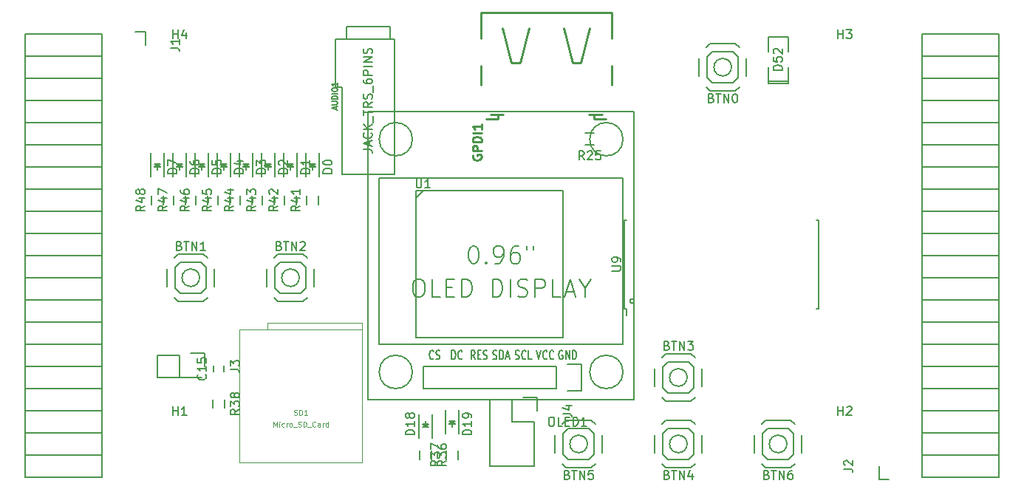
<source format=gto>
G04 #@! TF.FileFunction,Legend,Top*
%FSLAX46Y46*%
G04 Gerber Fmt 4.6, Leading zero omitted, Abs format (unit mm)*
G04 Created by KiCad (PCBNEW 4.0.5+dfsg1-4) date Tue May 23 22:35:55 2017*
%MOMM*%
%LPD*%
G01*
G04 APERTURE LIST*
%ADD10C,0.100000*%
%ADD11C,0.150000*%
%ADD12C,0.010160*%
%ADD13C,0.152400*%
%ADD14C,0.254000*%
%ADD15C,0.124460*%
G04 APERTURE END LIST*
D10*
D11*
X130080000Y-96200000D02*
X146880000Y-96200000D01*
X146880000Y-96200000D02*
X146880000Y-79400000D01*
X146880000Y-79400000D02*
X130080000Y-79400000D01*
X130080000Y-79400000D02*
X130080000Y-96200000D01*
X130880000Y-79400000D02*
X130080000Y-80200000D01*
X170427000Y-66881000D02*
X170427000Y-67135000D01*
X170427000Y-67135000D02*
X172713000Y-67135000D01*
X172713000Y-67135000D02*
X172713000Y-66881000D01*
X170427000Y-66881000D02*
X172713000Y-66881000D01*
X172713000Y-66881000D02*
X172713000Y-65230000D01*
X170427000Y-63452000D02*
X170427000Y-61801000D01*
X170427000Y-61801000D02*
X172713000Y-61801000D01*
X172713000Y-61801000D02*
X172713000Y-63452000D01*
X170427000Y-65230000D02*
X170427000Y-66881000D01*
D12*
X113070000Y-95320000D02*
X113070000Y-94520000D01*
X113070000Y-94520000D02*
X123870000Y-94520000D01*
X123870000Y-94520000D02*
X123870000Y-95320000D01*
X109870000Y-110520000D02*
X109870000Y-95320000D01*
X109870000Y-95320000D02*
X123870000Y-95320000D01*
X123870000Y-95320000D02*
X123870000Y-110520000D01*
X123870000Y-110520000D02*
X109870000Y-110520000D01*
D11*
X105260000Y-89360000D02*
G75*
G03X105260000Y-89360000I-1000000J0D01*
G01*
X103060000Y-87560000D02*
X105460000Y-87560000D01*
X102460000Y-88160000D02*
X103060000Y-87560000D01*
X102460000Y-90560000D02*
X102460000Y-88160000D01*
X103060000Y-91160000D02*
X102460000Y-90560000D01*
X105460000Y-91160000D02*
X103060000Y-91160000D01*
X106060000Y-90560000D02*
X105460000Y-91160000D01*
X106060000Y-88160000D02*
X106060000Y-90560000D01*
X105460000Y-87560000D02*
X106060000Y-88160000D01*
X102810000Y-86660000D02*
X105710000Y-86660000D01*
X102360000Y-87110000D02*
X102810000Y-86660000D01*
X101560000Y-90360000D02*
X101560000Y-88360000D01*
X102810000Y-92060000D02*
X102360000Y-91610000D01*
X105710000Y-92060000D02*
X102810000Y-92060000D01*
X106160000Y-91610000D02*
X105710000Y-92060000D01*
X106960000Y-88360000D02*
X106960000Y-90360000D01*
X105710000Y-86660000D02*
X106160000Y-87110000D01*
X116690000Y-89360000D02*
G75*
G03X116690000Y-89360000I-1000000J0D01*
G01*
X114490000Y-87560000D02*
X116890000Y-87560000D01*
X113890000Y-88160000D02*
X114490000Y-87560000D01*
X113890000Y-90560000D02*
X113890000Y-88160000D01*
X114490000Y-91160000D02*
X113890000Y-90560000D01*
X116890000Y-91160000D02*
X114490000Y-91160000D01*
X117490000Y-90560000D02*
X116890000Y-91160000D01*
X117490000Y-88160000D02*
X117490000Y-90560000D01*
X116890000Y-87560000D02*
X117490000Y-88160000D01*
X114240000Y-86660000D02*
X117140000Y-86660000D01*
X113790000Y-87110000D02*
X114240000Y-86660000D01*
X112990000Y-90360000D02*
X112990000Y-88360000D01*
X114240000Y-92060000D02*
X113790000Y-91610000D01*
X117140000Y-92060000D02*
X114240000Y-92060000D01*
X117590000Y-91610000D02*
X117140000Y-92060000D01*
X118390000Y-88360000D02*
X118390000Y-90360000D01*
X117140000Y-86660000D02*
X117590000Y-87110000D01*
X161140000Y-100790000D02*
G75*
G03X161140000Y-100790000I-1000000J0D01*
G01*
X158940000Y-98990000D02*
X161340000Y-98990000D01*
X158340000Y-99590000D02*
X158940000Y-98990000D01*
X158340000Y-101990000D02*
X158340000Y-99590000D01*
X158940000Y-102590000D02*
X158340000Y-101990000D01*
X161340000Y-102590000D02*
X158940000Y-102590000D01*
X161940000Y-101990000D02*
X161340000Y-102590000D01*
X161940000Y-99590000D02*
X161940000Y-101990000D01*
X161340000Y-98990000D02*
X161940000Y-99590000D01*
X158690000Y-98090000D02*
X161590000Y-98090000D01*
X158240000Y-98540000D02*
X158690000Y-98090000D01*
X157440000Y-101790000D02*
X157440000Y-99790000D01*
X158690000Y-103490000D02*
X158240000Y-103040000D01*
X161590000Y-103490000D02*
X158690000Y-103490000D01*
X162040000Y-103040000D02*
X161590000Y-103490000D01*
X162840000Y-99790000D02*
X162840000Y-101790000D01*
X161590000Y-98090000D02*
X162040000Y-98540000D01*
X161140000Y-108410000D02*
G75*
G03X161140000Y-108410000I-1000000J0D01*
G01*
X161340000Y-110210000D02*
X158940000Y-110210000D01*
X161940000Y-109610000D02*
X161340000Y-110210000D01*
X161940000Y-107210000D02*
X161940000Y-109610000D01*
X161340000Y-106610000D02*
X161940000Y-107210000D01*
X158940000Y-106610000D02*
X161340000Y-106610000D01*
X158340000Y-107210000D02*
X158940000Y-106610000D01*
X158340000Y-109610000D02*
X158340000Y-107210000D01*
X158940000Y-110210000D02*
X158340000Y-109610000D01*
X161590000Y-111110000D02*
X158690000Y-111110000D01*
X162040000Y-110660000D02*
X161590000Y-111110000D01*
X162840000Y-107410000D02*
X162840000Y-109410000D01*
X161590000Y-105710000D02*
X162040000Y-106160000D01*
X158690000Y-105710000D02*
X161590000Y-105710000D01*
X158240000Y-106160000D02*
X158690000Y-105710000D01*
X157440000Y-109410000D02*
X157440000Y-107410000D01*
X158690000Y-111110000D02*
X158240000Y-110660000D01*
X149710000Y-108410000D02*
G75*
G03X149710000Y-108410000I-1000000J0D01*
G01*
X149910000Y-110210000D02*
X147510000Y-110210000D01*
X150510000Y-109610000D02*
X149910000Y-110210000D01*
X150510000Y-107210000D02*
X150510000Y-109610000D01*
X149910000Y-106610000D02*
X150510000Y-107210000D01*
X147510000Y-106610000D02*
X149910000Y-106610000D01*
X146910000Y-107210000D02*
X147510000Y-106610000D01*
X146910000Y-109610000D02*
X146910000Y-107210000D01*
X147510000Y-110210000D02*
X146910000Y-109610000D01*
X150160000Y-111110000D02*
X147260000Y-111110000D01*
X150610000Y-110660000D02*
X150160000Y-111110000D01*
X151410000Y-107410000D02*
X151410000Y-109410000D01*
X150160000Y-105710000D02*
X150610000Y-106160000D01*
X147260000Y-105710000D02*
X150160000Y-105710000D01*
X146810000Y-106160000D02*
X147260000Y-105710000D01*
X146010000Y-109410000D02*
X146010000Y-107410000D01*
X147260000Y-111110000D02*
X146810000Y-110660000D01*
X172570000Y-108410000D02*
G75*
G03X172570000Y-108410000I-1000000J0D01*
G01*
X172770000Y-110210000D02*
X170370000Y-110210000D01*
X173370000Y-109610000D02*
X172770000Y-110210000D01*
X173370000Y-107210000D02*
X173370000Y-109610000D01*
X172770000Y-106610000D02*
X173370000Y-107210000D01*
X170370000Y-106610000D02*
X172770000Y-106610000D01*
X169770000Y-107210000D02*
X170370000Y-106610000D01*
X169770000Y-109610000D02*
X169770000Y-107210000D01*
X170370000Y-110210000D02*
X169770000Y-109610000D01*
X173020000Y-111110000D02*
X170120000Y-111110000D01*
X173470000Y-110660000D02*
X173020000Y-111110000D01*
X174270000Y-107410000D02*
X174270000Y-109410000D01*
X173020000Y-105710000D02*
X173470000Y-106160000D01*
X170120000Y-105710000D02*
X173020000Y-105710000D01*
X169670000Y-106160000D02*
X170120000Y-105710000D01*
X168870000Y-109410000D02*
X168870000Y-107410000D01*
X170120000Y-111110000D02*
X169670000Y-110660000D01*
X117480000Y-75060000D02*
X117480000Y-77760000D01*
X118980000Y-75060000D02*
X118980000Y-77760000D01*
X118080000Y-76560000D02*
X118330000Y-76560000D01*
X118330000Y-76560000D02*
X118180000Y-76410000D01*
X118580000Y-76310000D02*
X117880000Y-76310000D01*
X118230000Y-76660000D02*
X118230000Y-77010000D01*
X118230000Y-76310000D02*
X118580000Y-76660000D01*
X118580000Y-76660000D02*
X117880000Y-76660000D01*
X117880000Y-76660000D02*
X118230000Y-76310000D01*
X114940000Y-75060000D02*
X114940000Y-77760000D01*
X116440000Y-75060000D02*
X116440000Y-77760000D01*
X115540000Y-76560000D02*
X115790000Y-76560000D01*
X115790000Y-76560000D02*
X115640000Y-76410000D01*
X116040000Y-76310000D02*
X115340000Y-76310000D01*
X115690000Y-76660000D02*
X115690000Y-77010000D01*
X115690000Y-76310000D02*
X116040000Y-76660000D01*
X116040000Y-76660000D02*
X115340000Y-76660000D01*
X115340000Y-76660000D02*
X115690000Y-76310000D01*
X112400000Y-75060000D02*
X112400000Y-77760000D01*
X113900000Y-75060000D02*
X113900000Y-77760000D01*
X113000000Y-76560000D02*
X113250000Y-76560000D01*
X113250000Y-76560000D02*
X113100000Y-76410000D01*
X113500000Y-76310000D02*
X112800000Y-76310000D01*
X113150000Y-76660000D02*
X113150000Y-77010000D01*
X113150000Y-76310000D02*
X113500000Y-76660000D01*
X113500000Y-76660000D02*
X112800000Y-76660000D01*
X112800000Y-76660000D02*
X113150000Y-76310000D01*
X109860000Y-75060000D02*
X109860000Y-77760000D01*
X111360000Y-75060000D02*
X111360000Y-77760000D01*
X110460000Y-76560000D02*
X110710000Y-76560000D01*
X110710000Y-76560000D02*
X110560000Y-76410000D01*
X110960000Y-76310000D02*
X110260000Y-76310000D01*
X110610000Y-76660000D02*
X110610000Y-77010000D01*
X110610000Y-76310000D02*
X110960000Y-76660000D01*
X110960000Y-76660000D02*
X110260000Y-76660000D01*
X110260000Y-76660000D02*
X110610000Y-76310000D01*
X107320000Y-75060000D02*
X107320000Y-77760000D01*
X108820000Y-75060000D02*
X108820000Y-77760000D01*
X107920000Y-76560000D02*
X108170000Y-76560000D01*
X108170000Y-76560000D02*
X108020000Y-76410000D01*
X108420000Y-76310000D02*
X107720000Y-76310000D01*
X108070000Y-76660000D02*
X108070000Y-77010000D01*
X108070000Y-76310000D02*
X108420000Y-76660000D01*
X108420000Y-76660000D02*
X107720000Y-76660000D01*
X107720000Y-76660000D02*
X108070000Y-76310000D01*
X104780000Y-75060000D02*
X104780000Y-77760000D01*
X106280000Y-75060000D02*
X106280000Y-77760000D01*
X105380000Y-76560000D02*
X105630000Y-76560000D01*
X105630000Y-76560000D02*
X105480000Y-76410000D01*
X105880000Y-76310000D02*
X105180000Y-76310000D01*
X105530000Y-76660000D02*
X105530000Y-77010000D01*
X105530000Y-76310000D02*
X105880000Y-76660000D01*
X105880000Y-76660000D02*
X105180000Y-76660000D01*
X105180000Y-76660000D02*
X105530000Y-76310000D01*
X102240000Y-75060000D02*
X102240000Y-77760000D01*
X103740000Y-75060000D02*
X103740000Y-77760000D01*
X102840000Y-76560000D02*
X103090000Y-76560000D01*
X103090000Y-76560000D02*
X102940000Y-76410000D01*
X103340000Y-76310000D02*
X102640000Y-76310000D01*
X102990000Y-76660000D02*
X102990000Y-77010000D01*
X102990000Y-76310000D02*
X103340000Y-76660000D01*
X103340000Y-76660000D02*
X102640000Y-76660000D01*
X102640000Y-76660000D02*
X102990000Y-76310000D01*
X99700000Y-75060000D02*
X99700000Y-77760000D01*
X101200000Y-75060000D02*
X101200000Y-77760000D01*
X100300000Y-76560000D02*
X100550000Y-76560000D01*
X100550000Y-76560000D02*
X100400000Y-76410000D01*
X100800000Y-76310000D02*
X100100000Y-76310000D01*
X100450000Y-76660000D02*
X100450000Y-77010000D01*
X100450000Y-76310000D02*
X100800000Y-76660000D01*
X100800000Y-76660000D02*
X100100000Y-76660000D01*
X100100000Y-76660000D02*
X100450000Y-76310000D01*
D13*
X121580000Y-77540000D02*
X121580000Y-67540000D01*
X121580000Y-67540000D02*
X120880000Y-67540000D01*
X120880000Y-67540000D02*
X120880000Y-62040000D01*
X127580000Y-77540000D02*
X121580000Y-77540000D01*
X127580000Y-62040000D02*
X127580000Y-77540000D01*
X127580000Y-62040000D02*
X120880000Y-62040000D01*
X127080000Y-62040000D02*
X127080000Y-60540000D01*
X127080000Y-60540000D02*
X122080000Y-60540000D01*
X122080000Y-60540000D02*
X122080000Y-62040000D01*
D11*
X176180000Y-92880000D02*
X175980000Y-92880000D01*
X176180000Y-82720000D02*
X175980000Y-82720000D01*
X155080000Y-92050000D02*
G75*
G03X155080000Y-92050000I-250000J0D01*
G01*
X154180000Y-92880000D02*
X154180000Y-93700000D01*
X153980000Y-92880000D02*
X154180000Y-92880000D01*
X153980000Y-82720000D02*
X154180000Y-82720000D01*
X176190000Y-82720000D02*
X176190000Y-92880000D01*
X153970000Y-92880000D02*
X153970000Y-82720000D01*
D14*
X151378260Y-70648160D02*
X150479100Y-70648160D01*
X150479100Y-70648160D02*
X149879660Y-70648160D01*
X140080340Y-70648160D02*
X139480900Y-70648160D01*
X139480900Y-70648160D02*
X138581740Y-70648160D01*
X137481920Y-67249640D02*
X137481920Y-65098260D01*
X137481920Y-61900400D02*
X137481920Y-58992100D01*
X137481920Y-58992100D02*
X152478080Y-58992100D01*
X152478080Y-58992100D02*
X152478080Y-61900400D01*
X152478080Y-65098260D02*
X152478080Y-67249640D01*
X138106760Y-71148540D02*
X139480900Y-71148540D01*
X139480900Y-71148540D02*
X139480900Y-70648160D01*
X150479100Y-70648160D02*
X150479100Y-71148540D01*
X150479100Y-71148540D02*
X151865940Y-71148540D01*
X142981020Y-60732000D02*
X141980260Y-64732500D01*
X141980260Y-64732500D02*
X140982040Y-64732500D01*
X140982040Y-64732500D02*
X139981280Y-60732000D01*
X146978980Y-60732000D02*
X147979740Y-64732500D01*
X147979740Y-64732500D02*
X148977960Y-64732500D01*
X148977960Y-64732500D02*
X149978720Y-60732000D01*
D11*
X85270000Y-112220000D02*
X94100000Y-112220000D01*
X85270000Y-109680000D02*
X85270000Y-112220000D01*
X94100000Y-109680000D02*
X94100000Y-112220000D01*
X94100000Y-112220000D02*
X85270000Y-112220000D01*
X94100000Y-109680000D02*
X85270000Y-109680000D01*
X94100000Y-107140000D02*
X94100000Y-109680000D01*
X85270000Y-107140000D02*
X85270000Y-109680000D01*
X85270000Y-109680000D02*
X94100000Y-109680000D01*
X85270000Y-91900000D02*
X94100000Y-91900000D01*
X85270000Y-89360000D02*
X85270000Y-91900000D01*
X94100000Y-89360000D02*
X94100000Y-91900000D01*
X94100000Y-91900000D02*
X85270000Y-91900000D01*
X94100000Y-94440000D02*
X85270000Y-94440000D01*
X94100000Y-91900000D02*
X94100000Y-94440000D01*
X85270000Y-91900000D02*
X85270000Y-94440000D01*
X85270000Y-94440000D02*
X94100000Y-94440000D01*
X85270000Y-107140000D02*
X94100000Y-107140000D01*
X85270000Y-104600000D02*
X85270000Y-107140000D01*
X94100000Y-104600000D02*
X94100000Y-107140000D01*
X94100000Y-107140000D02*
X85270000Y-107140000D01*
X94100000Y-104600000D02*
X85270000Y-104600000D01*
X94100000Y-102060000D02*
X94100000Y-104600000D01*
X85270000Y-102060000D02*
X85270000Y-104600000D01*
X85270000Y-104600000D02*
X94100000Y-104600000D01*
X85270000Y-102060000D02*
X94100000Y-102060000D01*
X85270000Y-99520000D02*
X85270000Y-102060000D01*
X94100000Y-99520000D02*
X94100000Y-102060000D01*
X94100000Y-102060000D02*
X85270000Y-102060000D01*
X94100000Y-99520000D02*
X85270000Y-99520000D01*
X94100000Y-96980000D02*
X94100000Y-99520000D01*
X85270000Y-96980000D02*
X85270000Y-99520000D01*
X85270000Y-99520000D02*
X94100000Y-99520000D01*
X85270000Y-96980000D02*
X94100000Y-96980000D01*
X85270000Y-94440000D02*
X85270000Y-96980000D01*
X94100000Y-94440000D02*
X94100000Y-96980000D01*
X94100000Y-96980000D02*
X85270000Y-96980000D01*
X94100000Y-79200000D02*
X85270000Y-79200000D01*
X94100000Y-76660000D02*
X94100000Y-79200000D01*
X85270000Y-76660000D02*
X85270000Y-79200000D01*
X85270000Y-79200000D02*
X94100000Y-79200000D01*
X85270000Y-81740000D02*
X94100000Y-81740000D01*
X85270000Y-79200000D02*
X85270000Y-81740000D01*
X94100000Y-79200000D02*
X94100000Y-81740000D01*
X94100000Y-81740000D02*
X85270000Y-81740000D01*
X94100000Y-84280000D02*
X85270000Y-84280000D01*
X94100000Y-81740000D02*
X94100000Y-84280000D01*
X85270000Y-81740000D02*
X85270000Y-84280000D01*
X85270000Y-84280000D02*
X94100000Y-84280000D01*
X85270000Y-86820000D02*
X94100000Y-86820000D01*
X85270000Y-84280000D02*
X85270000Y-86820000D01*
X94100000Y-84280000D02*
X94100000Y-86820000D01*
X94100000Y-86820000D02*
X85270000Y-86820000D01*
X94100000Y-89360000D02*
X85270000Y-89360000D01*
X94100000Y-86820000D02*
X94100000Y-89360000D01*
X85270000Y-86820000D02*
X85270000Y-89360000D01*
X85270000Y-89360000D02*
X94100000Y-89360000D01*
X85270000Y-76660000D02*
X94100000Y-76660000D01*
X85270000Y-74120000D02*
X85270000Y-76660000D01*
X94100000Y-74120000D02*
X94100000Y-76660000D01*
X94100000Y-76660000D02*
X85270000Y-76660000D01*
X94100000Y-74120000D02*
X85270000Y-74120000D01*
X94100000Y-71580000D02*
X94100000Y-74120000D01*
X85270000Y-71580000D02*
X85270000Y-74120000D01*
X85270000Y-74120000D02*
X94100000Y-74120000D01*
X85270000Y-71580000D02*
X94100000Y-71580000D01*
X85270000Y-69040000D02*
X85270000Y-71580000D01*
X94100000Y-69040000D02*
X94100000Y-71580000D01*
X94100000Y-71580000D02*
X85270000Y-71580000D01*
X94100000Y-69040000D02*
X85270000Y-69040000D01*
X94100000Y-66500000D02*
X94100000Y-69040000D01*
X85270000Y-66500000D02*
X85270000Y-69040000D01*
X85270000Y-69040000D02*
X94100000Y-69040000D01*
X85270000Y-66500000D02*
X94100000Y-66500000D01*
X85270000Y-63960000D02*
X85270000Y-66500000D01*
X94100000Y-63960000D02*
X94100000Y-66500000D01*
X94100000Y-66500000D02*
X85270000Y-66500000D01*
X94100000Y-63960000D02*
X85270000Y-63960000D01*
X94100000Y-61420000D02*
X94100000Y-63960000D01*
X99060000Y-62690000D02*
X99060000Y-61140000D01*
X99060000Y-61140000D02*
X97910000Y-61140000D01*
X94100000Y-61420000D02*
X85270000Y-61420000D01*
X85270000Y-61420000D02*
X85270000Y-63960000D01*
X85270000Y-63960000D02*
X94100000Y-63960000D01*
X196910000Y-61420000D02*
X188080000Y-61420000D01*
X196910000Y-63960000D02*
X196910000Y-61420000D01*
X188080000Y-63960000D02*
X188080000Y-61420000D01*
X188080000Y-61420000D02*
X196910000Y-61420000D01*
X188080000Y-63960000D02*
X196910000Y-63960000D01*
X188080000Y-66500000D02*
X188080000Y-63960000D01*
X196910000Y-66500000D02*
X196910000Y-63960000D01*
X196910000Y-63960000D02*
X188080000Y-63960000D01*
X196910000Y-81740000D02*
X188080000Y-81740000D01*
X196910000Y-84280000D02*
X196910000Y-81740000D01*
X188080000Y-84280000D02*
X188080000Y-81740000D01*
X188080000Y-81740000D02*
X196910000Y-81740000D01*
X188080000Y-79200000D02*
X196910000Y-79200000D01*
X188080000Y-81740000D02*
X188080000Y-79200000D01*
X196910000Y-81740000D02*
X196910000Y-79200000D01*
X196910000Y-79200000D02*
X188080000Y-79200000D01*
X196910000Y-66500000D02*
X188080000Y-66500000D01*
X196910000Y-69040000D02*
X196910000Y-66500000D01*
X188080000Y-69040000D02*
X188080000Y-66500000D01*
X188080000Y-66500000D02*
X196910000Y-66500000D01*
X188080000Y-69040000D02*
X196910000Y-69040000D01*
X188080000Y-71580000D02*
X188080000Y-69040000D01*
X196910000Y-71580000D02*
X196910000Y-69040000D01*
X196910000Y-69040000D02*
X188080000Y-69040000D01*
X196910000Y-71580000D02*
X188080000Y-71580000D01*
X196910000Y-74120000D02*
X196910000Y-71580000D01*
X188080000Y-74120000D02*
X188080000Y-71580000D01*
X188080000Y-71580000D02*
X196910000Y-71580000D01*
X188080000Y-74120000D02*
X196910000Y-74120000D01*
X188080000Y-76660000D02*
X188080000Y-74120000D01*
X196910000Y-76660000D02*
X196910000Y-74120000D01*
X196910000Y-74120000D02*
X188080000Y-74120000D01*
X196910000Y-76660000D02*
X188080000Y-76660000D01*
X196910000Y-79200000D02*
X196910000Y-76660000D01*
X188080000Y-79200000D02*
X188080000Y-76660000D01*
X188080000Y-76660000D02*
X196910000Y-76660000D01*
X188080000Y-94440000D02*
X196910000Y-94440000D01*
X188080000Y-96980000D02*
X188080000Y-94440000D01*
X196910000Y-96980000D02*
X196910000Y-94440000D01*
X196910000Y-94440000D02*
X188080000Y-94440000D01*
X196910000Y-91900000D02*
X188080000Y-91900000D01*
X196910000Y-94440000D02*
X196910000Y-91900000D01*
X188080000Y-94440000D02*
X188080000Y-91900000D01*
X188080000Y-91900000D02*
X196910000Y-91900000D01*
X188080000Y-89360000D02*
X196910000Y-89360000D01*
X188080000Y-91900000D02*
X188080000Y-89360000D01*
X196910000Y-91900000D02*
X196910000Y-89360000D01*
X196910000Y-89360000D02*
X188080000Y-89360000D01*
X196910000Y-86820000D02*
X188080000Y-86820000D01*
X196910000Y-89360000D02*
X196910000Y-86820000D01*
X188080000Y-89360000D02*
X188080000Y-86820000D01*
X188080000Y-86820000D02*
X196910000Y-86820000D01*
X188080000Y-84280000D02*
X196910000Y-84280000D01*
X188080000Y-86820000D02*
X188080000Y-84280000D01*
X196910000Y-86820000D02*
X196910000Y-84280000D01*
X196910000Y-84280000D02*
X188080000Y-84280000D01*
X196910000Y-96980000D02*
X188080000Y-96980000D01*
X196910000Y-99520000D02*
X196910000Y-96980000D01*
X188080000Y-99520000D02*
X188080000Y-96980000D01*
X188080000Y-96980000D02*
X196910000Y-96980000D01*
X188080000Y-99520000D02*
X196910000Y-99520000D01*
X188080000Y-102060000D02*
X188080000Y-99520000D01*
X196910000Y-102060000D02*
X196910000Y-99520000D01*
X196910000Y-99520000D02*
X188080000Y-99520000D01*
X196910000Y-102060000D02*
X188080000Y-102060000D01*
X196910000Y-104600000D02*
X196910000Y-102060000D01*
X188080000Y-104600000D02*
X188080000Y-102060000D01*
X188080000Y-102060000D02*
X196910000Y-102060000D01*
X188080000Y-104600000D02*
X196910000Y-104600000D01*
X188080000Y-107140000D02*
X188080000Y-104600000D01*
X196910000Y-107140000D02*
X196910000Y-104600000D01*
X196910000Y-104600000D02*
X188080000Y-104600000D01*
X196910000Y-107140000D02*
X188080000Y-107140000D01*
X196910000Y-109680000D02*
X196910000Y-107140000D01*
X188080000Y-109680000D02*
X188080000Y-107140000D01*
X188080000Y-107140000D02*
X196910000Y-107140000D01*
X188080000Y-109680000D02*
X196910000Y-109680000D01*
X188080000Y-112220000D02*
X188080000Y-109680000D01*
X183120000Y-110950000D02*
X183120000Y-112500000D01*
X183120000Y-112500000D02*
X184270000Y-112500000D01*
X188080000Y-112220000D02*
X196910000Y-112220000D01*
X196910000Y-112220000D02*
X196910000Y-109680000D01*
X196910000Y-109680000D02*
X188080000Y-109680000D01*
X166220000Y-65230000D02*
G75*
G03X166220000Y-65230000I-1000000J0D01*
G01*
X166420000Y-67030000D02*
X164020000Y-67030000D01*
X167020000Y-66430000D02*
X166420000Y-67030000D01*
X167020000Y-64030000D02*
X167020000Y-66430000D01*
X166420000Y-63430000D02*
X167020000Y-64030000D01*
X164020000Y-63430000D02*
X166420000Y-63430000D01*
X163420000Y-64030000D02*
X164020000Y-63430000D01*
X163420000Y-66430000D02*
X163420000Y-64030000D01*
X164020000Y-67030000D02*
X163420000Y-66430000D01*
X166670000Y-67930000D02*
X163770000Y-67930000D01*
X167120000Y-67480000D02*
X166670000Y-67930000D01*
X167920000Y-64230000D02*
X167920000Y-66230000D01*
X166670000Y-62530000D02*
X167120000Y-62980000D01*
X163770000Y-62530000D02*
X166670000Y-62530000D01*
X163320000Y-62980000D02*
X163770000Y-62530000D01*
X162520000Y-66230000D02*
X162520000Y-64230000D01*
X163770000Y-67930000D02*
X163320000Y-67480000D01*
X149480000Y-72810000D02*
X150480000Y-72810000D01*
X150480000Y-74160000D02*
X149480000Y-74160000D01*
X105810000Y-99520000D02*
X105810000Y-97970000D01*
X102990000Y-100790000D02*
X105530000Y-100790000D01*
X105810000Y-97970000D02*
X104260000Y-97970000D01*
X100450000Y-100790000D02*
X102990000Y-100790000D01*
X102990000Y-100790000D02*
X102990000Y-98250000D01*
X102990000Y-98250000D02*
X100450000Y-98250000D01*
X100450000Y-98250000D02*
X100450000Y-100790000D01*
X153790000Y-73485000D02*
G75*
G03X153790000Y-73485000I-1905000J0D01*
G01*
X129660000Y-73485000D02*
G75*
G03X129660000Y-73485000I-1905000J0D01*
G01*
X129660000Y-100155000D02*
G75*
G03X129660000Y-100155000I-1905000J0D01*
G01*
X153790000Y-100155000D02*
G75*
G03X153790000Y-100155000I-1905000J0D01*
G01*
X153790000Y-77930000D02*
X153790000Y-96980000D01*
X125850000Y-77930000D02*
X153790000Y-77930000D01*
X125850000Y-96980000D02*
X125850000Y-77930000D01*
X153790000Y-96980000D02*
X125850000Y-96980000D01*
X155060000Y-70310000D02*
X155060000Y-103330000D01*
X124580000Y-70310000D02*
X155060000Y-70310000D01*
X124580000Y-103330000D02*
X124580000Y-70310000D01*
X155060000Y-103330000D02*
X124580000Y-103330000D01*
X146170000Y-99520000D02*
X130930000Y-99520000D01*
X130930000Y-99520000D02*
X130930000Y-102060000D01*
X130930000Y-102060000D02*
X146170000Y-102060000D01*
X148990000Y-99240000D02*
X147440000Y-99240000D01*
X146170000Y-99520000D02*
X146170000Y-102060000D01*
X147440000Y-102340000D02*
X148990000Y-102340000D01*
X148990000Y-102340000D02*
X148990000Y-99240000D01*
X131934000Y-107724000D02*
X131934000Y-105024000D01*
X130434000Y-107724000D02*
X130434000Y-105024000D01*
X131334000Y-106224000D02*
X131084000Y-106224000D01*
X131084000Y-106224000D02*
X131234000Y-106374000D01*
X130834000Y-106474000D02*
X131534000Y-106474000D01*
X131184000Y-106124000D02*
X131184000Y-105774000D01*
X131184000Y-106474000D02*
X130834000Y-106124000D01*
X130834000Y-106124000D02*
X131534000Y-106124000D01*
X131534000Y-106124000D02*
X131184000Y-106474000D01*
X133482000Y-104524000D02*
X133482000Y-107224000D01*
X134982000Y-104524000D02*
X134982000Y-107224000D01*
X134082000Y-106024000D02*
X134332000Y-106024000D01*
X134332000Y-106024000D02*
X134182000Y-105874000D01*
X134582000Y-105774000D02*
X133882000Y-105774000D01*
X134232000Y-106124000D02*
X134232000Y-106474000D01*
X134232000Y-105774000D02*
X134582000Y-106124000D01*
X134582000Y-106124000D02*
X133882000Y-106124000D01*
X133882000Y-106124000D02*
X134232000Y-105774000D01*
X130509000Y-110180000D02*
X130509000Y-109180000D01*
X131859000Y-109180000D02*
X131859000Y-110180000D01*
X134907000Y-109180000D02*
X134907000Y-110180000D01*
X133557000Y-110180000D02*
X133557000Y-109180000D01*
X106880000Y-100150000D02*
X106880000Y-99450000D01*
X108080000Y-99450000D02*
X108080000Y-100150000D01*
X106805000Y-104300000D02*
X106805000Y-103300000D01*
X108155000Y-103300000D02*
X108155000Y-104300000D01*
X143630000Y-110950000D02*
X143630000Y-105870000D01*
X143910000Y-103050000D02*
X143910000Y-104600000D01*
X141090000Y-103330000D02*
X141090000Y-105870000D01*
X141090000Y-105870000D02*
X143630000Y-105870000D01*
X143630000Y-110950000D02*
X138550000Y-110950000D01*
X138550000Y-110950000D02*
X138550000Y-105870000D01*
X143910000Y-103050000D02*
X142360000Y-103050000D01*
X138550000Y-103330000D02*
X141090000Y-103330000D01*
X138550000Y-105870000D02*
X138550000Y-103330000D01*
X118905000Y-79970000D02*
X118905000Y-80970000D01*
X117555000Y-80970000D02*
X117555000Y-79970000D01*
X116365000Y-79970000D02*
X116365000Y-80970000D01*
X115015000Y-80970000D02*
X115015000Y-79970000D01*
X113825000Y-79970000D02*
X113825000Y-80970000D01*
X112475000Y-80970000D02*
X112475000Y-79970000D01*
X111285000Y-79970000D02*
X111285000Y-80970000D01*
X109935000Y-80970000D02*
X109935000Y-79970000D01*
X108745000Y-79970000D02*
X108745000Y-80970000D01*
X107395000Y-80970000D02*
X107395000Y-79970000D01*
X106205000Y-79970000D02*
X106205000Y-80970000D01*
X104855000Y-80970000D02*
X104855000Y-79970000D01*
X103665000Y-79970000D02*
X103665000Y-80970000D01*
X102315000Y-80970000D02*
X102315000Y-79970000D01*
X101125000Y-79970000D02*
X101125000Y-80970000D01*
X99775000Y-80970000D02*
X99775000Y-79970000D01*
X130118095Y-78052381D02*
X130118095Y-78861905D01*
X130165714Y-78957143D01*
X130213333Y-79004762D01*
X130308571Y-79052381D01*
X130499048Y-79052381D01*
X130594286Y-79004762D01*
X130641905Y-78957143D01*
X130689524Y-78861905D01*
X130689524Y-78052381D01*
X131689524Y-79052381D02*
X131118095Y-79052381D01*
X131403809Y-79052381D02*
X131403809Y-78052381D01*
X131308571Y-78195238D01*
X131213333Y-78290476D01*
X131118095Y-78338095D01*
X172022381Y-65555286D02*
X171022381Y-65555286D01*
X171022381Y-65317191D01*
X171070000Y-65174333D01*
X171165238Y-65079095D01*
X171260476Y-65031476D01*
X171450952Y-64983857D01*
X171593810Y-64983857D01*
X171784286Y-65031476D01*
X171879524Y-65079095D01*
X171974762Y-65174333D01*
X172022381Y-65317191D01*
X172022381Y-65555286D01*
X171022381Y-64079095D02*
X171022381Y-64555286D01*
X171498571Y-64602905D01*
X171450952Y-64555286D01*
X171403333Y-64460048D01*
X171403333Y-64221952D01*
X171450952Y-64126714D01*
X171498571Y-64079095D01*
X171593810Y-64031476D01*
X171831905Y-64031476D01*
X171927143Y-64079095D01*
X171974762Y-64126714D01*
X172022381Y-64221952D01*
X172022381Y-64460048D01*
X171974762Y-64555286D01*
X171927143Y-64602905D01*
X171117619Y-63650524D02*
X171070000Y-63602905D01*
X171022381Y-63507667D01*
X171022381Y-63269571D01*
X171070000Y-63174333D01*
X171117619Y-63126714D01*
X171212857Y-63079095D01*
X171308095Y-63079095D01*
X171450952Y-63126714D01*
X172022381Y-63698143D01*
X172022381Y-63079095D01*
D15*
X116113564Y-105062630D02*
X116199198Y-105091175D01*
X116341922Y-105091175D01*
X116399012Y-105062630D01*
X116427556Y-105034086D01*
X116456101Y-104976996D01*
X116456101Y-104919907D01*
X116427556Y-104862817D01*
X116399012Y-104834272D01*
X116341922Y-104805728D01*
X116227743Y-104777183D01*
X116170654Y-104748638D01*
X116142109Y-104720093D01*
X116113564Y-104663004D01*
X116113564Y-104605914D01*
X116142109Y-104548825D01*
X116170654Y-104520280D01*
X116227743Y-104491735D01*
X116370467Y-104491735D01*
X116456101Y-104520280D01*
X116713004Y-105091175D02*
X116713004Y-104491735D01*
X116855728Y-104491735D01*
X116941362Y-104520280D01*
X116998451Y-104577370D01*
X117026996Y-104634459D01*
X117055541Y-104748638D01*
X117055541Y-104834272D01*
X117026996Y-104948451D01*
X116998451Y-105005541D01*
X116941362Y-105062630D01*
X116855728Y-105091175D01*
X116713004Y-105091175D01*
X117626436Y-105091175D02*
X117283899Y-105091175D01*
X117455168Y-105091175D02*
X117455168Y-104491735D01*
X117398078Y-104577370D01*
X117340989Y-104634459D01*
X117283899Y-104663004D01*
X113744350Y-106441175D02*
X113744350Y-105841735D01*
X113944163Y-106269907D01*
X114143976Y-105841735D01*
X114143976Y-106441175D01*
X114429424Y-106441175D02*
X114429424Y-106041549D01*
X114429424Y-105841735D02*
X114400879Y-105870280D01*
X114429424Y-105898825D01*
X114457969Y-105870280D01*
X114429424Y-105841735D01*
X114429424Y-105898825D01*
X114971775Y-106412630D02*
X114914685Y-106441175D01*
X114800506Y-106441175D01*
X114743417Y-106412630D01*
X114714872Y-106384086D01*
X114686327Y-106326996D01*
X114686327Y-106155728D01*
X114714872Y-106098638D01*
X114743417Y-106070093D01*
X114800506Y-106041549D01*
X114914685Y-106041549D01*
X114971775Y-106070093D01*
X115228678Y-106441175D02*
X115228678Y-106041549D01*
X115228678Y-106155728D02*
X115257223Y-106098638D01*
X115285767Y-106070093D01*
X115342857Y-106041549D01*
X115399946Y-106041549D01*
X115685394Y-106441175D02*
X115628305Y-106412630D01*
X115599760Y-106384086D01*
X115571215Y-106326996D01*
X115571215Y-106155728D01*
X115599760Y-106098638D01*
X115628305Y-106070093D01*
X115685394Y-106041549D01*
X115771028Y-106041549D01*
X115828118Y-106070093D01*
X115856663Y-106098638D01*
X115885207Y-106155728D01*
X115885207Y-106326996D01*
X115856663Y-106384086D01*
X115828118Y-106412630D01*
X115771028Y-106441175D01*
X115685394Y-106441175D01*
X115999386Y-106498265D02*
X116456102Y-106498265D01*
X116570281Y-106412630D02*
X116655915Y-106441175D01*
X116798639Y-106441175D01*
X116855729Y-106412630D01*
X116884273Y-106384086D01*
X116912818Y-106326996D01*
X116912818Y-106269907D01*
X116884273Y-106212817D01*
X116855729Y-106184272D01*
X116798639Y-106155728D01*
X116684460Y-106127183D01*
X116627371Y-106098638D01*
X116598826Y-106070093D01*
X116570281Y-106013004D01*
X116570281Y-105955914D01*
X116598826Y-105898825D01*
X116627371Y-105870280D01*
X116684460Y-105841735D01*
X116827184Y-105841735D01*
X116912818Y-105870280D01*
X117169721Y-106441175D02*
X117169721Y-105841735D01*
X117312445Y-105841735D01*
X117398079Y-105870280D01*
X117455168Y-105927370D01*
X117483713Y-105984459D01*
X117512258Y-106098638D01*
X117512258Y-106184272D01*
X117483713Y-106298451D01*
X117455168Y-106355541D01*
X117398079Y-106412630D01*
X117312445Y-106441175D01*
X117169721Y-106441175D01*
X117626437Y-106498265D02*
X118083153Y-106498265D01*
X118568414Y-106384086D02*
X118539869Y-106412630D01*
X118454235Y-106441175D01*
X118397145Y-106441175D01*
X118311511Y-106412630D01*
X118254422Y-106355541D01*
X118225877Y-106298451D01*
X118197332Y-106184272D01*
X118197332Y-106098638D01*
X118225877Y-105984459D01*
X118254422Y-105927370D01*
X118311511Y-105870280D01*
X118397145Y-105841735D01*
X118454235Y-105841735D01*
X118539869Y-105870280D01*
X118568414Y-105898825D01*
X119082220Y-106441175D02*
X119082220Y-106127183D01*
X119053675Y-106070093D01*
X118996585Y-106041549D01*
X118882406Y-106041549D01*
X118825317Y-106070093D01*
X119082220Y-106412630D02*
X119025130Y-106441175D01*
X118882406Y-106441175D01*
X118825317Y-106412630D01*
X118796772Y-106355541D01*
X118796772Y-106298451D01*
X118825317Y-106241362D01*
X118882406Y-106212817D01*
X119025130Y-106212817D01*
X119082220Y-106184272D01*
X119367667Y-106441175D02*
X119367667Y-106041549D01*
X119367667Y-106155728D02*
X119396212Y-106098638D01*
X119424756Y-106070093D01*
X119481846Y-106041549D01*
X119538935Y-106041549D01*
X119995652Y-106441175D02*
X119995652Y-105841735D01*
X119995652Y-106412630D02*
X119938562Y-106441175D01*
X119824383Y-106441175D01*
X119767294Y-106412630D01*
X119738749Y-106384086D01*
X119710204Y-106326996D01*
X119710204Y-106155728D01*
X119738749Y-106098638D01*
X119767294Y-106070093D01*
X119824383Y-106041549D01*
X119938562Y-106041549D01*
X119995652Y-106070093D01*
D11*
X102950477Y-85688571D02*
X103093334Y-85736190D01*
X103140953Y-85783810D01*
X103188572Y-85879048D01*
X103188572Y-86021905D01*
X103140953Y-86117143D01*
X103093334Y-86164762D01*
X102998096Y-86212381D01*
X102617143Y-86212381D01*
X102617143Y-85212381D01*
X102950477Y-85212381D01*
X103045715Y-85260000D01*
X103093334Y-85307619D01*
X103140953Y-85402857D01*
X103140953Y-85498095D01*
X103093334Y-85593333D01*
X103045715Y-85640952D01*
X102950477Y-85688571D01*
X102617143Y-85688571D01*
X103474286Y-85212381D02*
X104045715Y-85212381D01*
X103760000Y-86212381D02*
X103760000Y-85212381D01*
X104379048Y-86212381D02*
X104379048Y-85212381D01*
X104950477Y-86212381D01*
X104950477Y-85212381D01*
X105950477Y-86212381D02*
X105379048Y-86212381D01*
X105664762Y-86212381D02*
X105664762Y-85212381D01*
X105569524Y-85355238D01*
X105474286Y-85450476D01*
X105379048Y-85498095D01*
X114380477Y-85688571D02*
X114523334Y-85736190D01*
X114570953Y-85783810D01*
X114618572Y-85879048D01*
X114618572Y-86021905D01*
X114570953Y-86117143D01*
X114523334Y-86164762D01*
X114428096Y-86212381D01*
X114047143Y-86212381D01*
X114047143Y-85212381D01*
X114380477Y-85212381D01*
X114475715Y-85260000D01*
X114523334Y-85307619D01*
X114570953Y-85402857D01*
X114570953Y-85498095D01*
X114523334Y-85593333D01*
X114475715Y-85640952D01*
X114380477Y-85688571D01*
X114047143Y-85688571D01*
X114904286Y-85212381D02*
X115475715Y-85212381D01*
X115190000Y-86212381D02*
X115190000Y-85212381D01*
X115809048Y-86212381D02*
X115809048Y-85212381D01*
X116380477Y-86212381D01*
X116380477Y-85212381D01*
X116809048Y-85307619D02*
X116856667Y-85260000D01*
X116951905Y-85212381D01*
X117190001Y-85212381D01*
X117285239Y-85260000D01*
X117332858Y-85307619D01*
X117380477Y-85402857D01*
X117380477Y-85498095D01*
X117332858Y-85640952D01*
X116761429Y-86212381D01*
X117380477Y-86212381D01*
X158830477Y-97118571D02*
X158973334Y-97166190D01*
X159020953Y-97213810D01*
X159068572Y-97309048D01*
X159068572Y-97451905D01*
X159020953Y-97547143D01*
X158973334Y-97594762D01*
X158878096Y-97642381D01*
X158497143Y-97642381D01*
X158497143Y-96642381D01*
X158830477Y-96642381D01*
X158925715Y-96690000D01*
X158973334Y-96737619D01*
X159020953Y-96832857D01*
X159020953Y-96928095D01*
X158973334Y-97023333D01*
X158925715Y-97070952D01*
X158830477Y-97118571D01*
X158497143Y-97118571D01*
X159354286Y-96642381D02*
X159925715Y-96642381D01*
X159640000Y-97642381D02*
X159640000Y-96642381D01*
X160259048Y-97642381D02*
X160259048Y-96642381D01*
X160830477Y-97642381D01*
X160830477Y-96642381D01*
X161211429Y-96642381D02*
X161830477Y-96642381D01*
X161497143Y-97023333D01*
X161640001Y-97023333D01*
X161735239Y-97070952D01*
X161782858Y-97118571D01*
X161830477Y-97213810D01*
X161830477Y-97451905D01*
X161782858Y-97547143D01*
X161735239Y-97594762D01*
X161640001Y-97642381D01*
X161354286Y-97642381D01*
X161259048Y-97594762D01*
X161211429Y-97547143D01*
X158830477Y-111938571D02*
X158973334Y-111986190D01*
X159020953Y-112033810D01*
X159068572Y-112129048D01*
X159068572Y-112271905D01*
X159020953Y-112367143D01*
X158973334Y-112414762D01*
X158878096Y-112462381D01*
X158497143Y-112462381D01*
X158497143Y-111462381D01*
X158830477Y-111462381D01*
X158925715Y-111510000D01*
X158973334Y-111557619D01*
X159020953Y-111652857D01*
X159020953Y-111748095D01*
X158973334Y-111843333D01*
X158925715Y-111890952D01*
X158830477Y-111938571D01*
X158497143Y-111938571D01*
X159354286Y-111462381D02*
X159925715Y-111462381D01*
X159640000Y-112462381D02*
X159640000Y-111462381D01*
X160259048Y-112462381D02*
X160259048Y-111462381D01*
X160830477Y-112462381D01*
X160830477Y-111462381D01*
X161735239Y-111795714D02*
X161735239Y-112462381D01*
X161497143Y-111414762D02*
X161259048Y-112129048D01*
X161878096Y-112129048D01*
X147400477Y-111938571D02*
X147543334Y-111986190D01*
X147590953Y-112033810D01*
X147638572Y-112129048D01*
X147638572Y-112271905D01*
X147590953Y-112367143D01*
X147543334Y-112414762D01*
X147448096Y-112462381D01*
X147067143Y-112462381D01*
X147067143Y-111462381D01*
X147400477Y-111462381D01*
X147495715Y-111510000D01*
X147543334Y-111557619D01*
X147590953Y-111652857D01*
X147590953Y-111748095D01*
X147543334Y-111843333D01*
X147495715Y-111890952D01*
X147400477Y-111938571D01*
X147067143Y-111938571D01*
X147924286Y-111462381D02*
X148495715Y-111462381D01*
X148210000Y-112462381D02*
X148210000Y-111462381D01*
X148829048Y-112462381D02*
X148829048Y-111462381D01*
X149400477Y-112462381D01*
X149400477Y-111462381D01*
X150352858Y-111462381D02*
X149876667Y-111462381D01*
X149829048Y-111938571D01*
X149876667Y-111890952D01*
X149971905Y-111843333D01*
X150210001Y-111843333D01*
X150305239Y-111890952D01*
X150352858Y-111938571D01*
X150400477Y-112033810D01*
X150400477Y-112271905D01*
X150352858Y-112367143D01*
X150305239Y-112414762D01*
X150210001Y-112462381D01*
X149971905Y-112462381D01*
X149876667Y-112414762D01*
X149829048Y-112367143D01*
X170260477Y-111938571D02*
X170403334Y-111986190D01*
X170450953Y-112033810D01*
X170498572Y-112129048D01*
X170498572Y-112271905D01*
X170450953Y-112367143D01*
X170403334Y-112414762D01*
X170308096Y-112462381D01*
X169927143Y-112462381D01*
X169927143Y-111462381D01*
X170260477Y-111462381D01*
X170355715Y-111510000D01*
X170403334Y-111557619D01*
X170450953Y-111652857D01*
X170450953Y-111748095D01*
X170403334Y-111843333D01*
X170355715Y-111890952D01*
X170260477Y-111938571D01*
X169927143Y-111938571D01*
X170784286Y-111462381D02*
X171355715Y-111462381D01*
X171070000Y-112462381D02*
X171070000Y-111462381D01*
X171689048Y-112462381D02*
X171689048Y-111462381D01*
X172260477Y-112462381D01*
X172260477Y-111462381D01*
X173165239Y-111462381D02*
X172974762Y-111462381D01*
X172879524Y-111510000D01*
X172831905Y-111557619D01*
X172736667Y-111700476D01*
X172689048Y-111890952D01*
X172689048Y-112271905D01*
X172736667Y-112367143D01*
X172784286Y-112414762D01*
X172879524Y-112462381D01*
X173070001Y-112462381D01*
X173165239Y-112414762D01*
X173212858Y-112367143D01*
X173260477Y-112271905D01*
X173260477Y-112033810D01*
X173212858Y-111938571D01*
X173165239Y-111890952D01*
X173070001Y-111843333D01*
X172879524Y-111843333D01*
X172784286Y-111890952D01*
X172736667Y-111938571D01*
X172689048Y-112033810D01*
X120432381Y-77398095D02*
X119432381Y-77398095D01*
X119432381Y-77160000D01*
X119480000Y-77017142D01*
X119575238Y-76921904D01*
X119670476Y-76874285D01*
X119860952Y-76826666D01*
X120003810Y-76826666D01*
X120194286Y-76874285D01*
X120289524Y-76921904D01*
X120384762Y-77017142D01*
X120432381Y-77160000D01*
X120432381Y-77398095D01*
X119432381Y-76207619D02*
X119432381Y-76112380D01*
X119480000Y-76017142D01*
X119527619Y-75969523D01*
X119622857Y-75921904D01*
X119813333Y-75874285D01*
X120051429Y-75874285D01*
X120241905Y-75921904D01*
X120337143Y-75969523D01*
X120384762Y-76017142D01*
X120432381Y-76112380D01*
X120432381Y-76207619D01*
X120384762Y-76302857D01*
X120337143Y-76350476D01*
X120241905Y-76398095D01*
X120051429Y-76445714D01*
X119813333Y-76445714D01*
X119622857Y-76398095D01*
X119527619Y-76350476D01*
X119480000Y-76302857D01*
X119432381Y-76207619D01*
X117892381Y-77398095D02*
X116892381Y-77398095D01*
X116892381Y-77160000D01*
X116940000Y-77017142D01*
X117035238Y-76921904D01*
X117130476Y-76874285D01*
X117320952Y-76826666D01*
X117463810Y-76826666D01*
X117654286Y-76874285D01*
X117749524Y-76921904D01*
X117844762Y-77017142D01*
X117892381Y-77160000D01*
X117892381Y-77398095D01*
X117892381Y-75874285D02*
X117892381Y-76445714D01*
X117892381Y-76160000D02*
X116892381Y-76160000D01*
X117035238Y-76255238D01*
X117130476Y-76350476D01*
X117178095Y-76445714D01*
X115352381Y-77398095D02*
X114352381Y-77398095D01*
X114352381Y-77160000D01*
X114400000Y-77017142D01*
X114495238Y-76921904D01*
X114590476Y-76874285D01*
X114780952Y-76826666D01*
X114923810Y-76826666D01*
X115114286Y-76874285D01*
X115209524Y-76921904D01*
X115304762Y-77017142D01*
X115352381Y-77160000D01*
X115352381Y-77398095D01*
X114447619Y-76445714D02*
X114400000Y-76398095D01*
X114352381Y-76302857D01*
X114352381Y-76064761D01*
X114400000Y-75969523D01*
X114447619Y-75921904D01*
X114542857Y-75874285D01*
X114638095Y-75874285D01*
X114780952Y-75921904D01*
X115352381Y-76493333D01*
X115352381Y-75874285D01*
X112812381Y-77398095D02*
X111812381Y-77398095D01*
X111812381Y-77160000D01*
X111860000Y-77017142D01*
X111955238Y-76921904D01*
X112050476Y-76874285D01*
X112240952Y-76826666D01*
X112383810Y-76826666D01*
X112574286Y-76874285D01*
X112669524Y-76921904D01*
X112764762Y-77017142D01*
X112812381Y-77160000D01*
X112812381Y-77398095D01*
X111812381Y-76493333D02*
X111812381Y-75874285D01*
X112193333Y-76207619D01*
X112193333Y-76064761D01*
X112240952Y-75969523D01*
X112288571Y-75921904D01*
X112383810Y-75874285D01*
X112621905Y-75874285D01*
X112717143Y-75921904D01*
X112764762Y-75969523D01*
X112812381Y-76064761D01*
X112812381Y-76350476D01*
X112764762Y-76445714D01*
X112717143Y-76493333D01*
X110272381Y-77398095D02*
X109272381Y-77398095D01*
X109272381Y-77160000D01*
X109320000Y-77017142D01*
X109415238Y-76921904D01*
X109510476Y-76874285D01*
X109700952Y-76826666D01*
X109843810Y-76826666D01*
X110034286Y-76874285D01*
X110129524Y-76921904D01*
X110224762Y-77017142D01*
X110272381Y-77160000D01*
X110272381Y-77398095D01*
X109605714Y-75969523D02*
X110272381Y-75969523D01*
X109224762Y-76207619D02*
X109939048Y-76445714D01*
X109939048Y-75826666D01*
X107732381Y-77398095D02*
X106732381Y-77398095D01*
X106732381Y-77160000D01*
X106780000Y-77017142D01*
X106875238Y-76921904D01*
X106970476Y-76874285D01*
X107160952Y-76826666D01*
X107303810Y-76826666D01*
X107494286Y-76874285D01*
X107589524Y-76921904D01*
X107684762Y-77017142D01*
X107732381Y-77160000D01*
X107732381Y-77398095D01*
X106732381Y-75921904D02*
X106732381Y-76398095D01*
X107208571Y-76445714D01*
X107160952Y-76398095D01*
X107113333Y-76302857D01*
X107113333Y-76064761D01*
X107160952Y-75969523D01*
X107208571Y-75921904D01*
X107303810Y-75874285D01*
X107541905Y-75874285D01*
X107637143Y-75921904D01*
X107684762Y-75969523D01*
X107732381Y-76064761D01*
X107732381Y-76302857D01*
X107684762Y-76398095D01*
X107637143Y-76445714D01*
X105192381Y-77398095D02*
X104192381Y-77398095D01*
X104192381Y-77160000D01*
X104240000Y-77017142D01*
X104335238Y-76921904D01*
X104430476Y-76874285D01*
X104620952Y-76826666D01*
X104763810Y-76826666D01*
X104954286Y-76874285D01*
X105049524Y-76921904D01*
X105144762Y-77017142D01*
X105192381Y-77160000D01*
X105192381Y-77398095D01*
X104192381Y-75969523D02*
X104192381Y-76160000D01*
X104240000Y-76255238D01*
X104287619Y-76302857D01*
X104430476Y-76398095D01*
X104620952Y-76445714D01*
X105001905Y-76445714D01*
X105097143Y-76398095D01*
X105144762Y-76350476D01*
X105192381Y-76255238D01*
X105192381Y-76064761D01*
X105144762Y-75969523D01*
X105097143Y-75921904D01*
X105001905Y-75874285D01*
X104763810Y-75874285D01*
X104668571Y-75921904D01*
X104620952Y-75969523D01*
X104573333Y-76064761D01*
X104573333Y-76255238D01*
X104620952Y-76350476D01*
X104668571Y-76398095D01*
X104763810Y-76445714D01*
X102652381Y-77398095D02*
X101652381Y-77398095D01*
X101652381Y-77160000D01*
X101700000Y-77017142D01*
X101795238Y-76921904D01*
X101890476Y-76874285D01*
X102080952Y-76826666D01*
X102223810Y-76826666D01*
X102414286Y-76874285D01*
X102509524Y-76921904D01*
X102604762Y-77017142D01*
X102652381Y-77160000D01*
X102652381Y-77398095D01*
X101652381Y-76493333D02*
X101652381Y-75826666D01*
X102652381Y-76255238D01*
D13*
X120881600Y-70064000D02*
X120881600Y-69773714D01*
X121055771Y-70122057D02*
X120446171Y-69918857D01*
X121055771Y-69715657D01*
X120446171Y-69512457D02*
X120939657Y-69512457D01*
X120997714Y-69483429D01*
X121026743Y-69454400D01*
X121055771Y-69396343D01*
X121055771Y-69280229D01*
X121026743Y-69222171D01*
X120997714Y-69193143D01*
X120939657Y-69164114D01*
X120446171Y-69164114D01*
X121055771Y-68873828D02*
X120446171Y-68873828D01*
X120446171Y-68728685D01*
X120475200Y-68641600D01*
X120533257Y-68583542D01*
X120591314Y-68554514D01*
X120707429Y-68525485D01*
X120794514Y-68525485D01*
X120910629Y-68554514D01*
X120968686Y-68583542D01*
X121026743Y-68641600D01*
X121055771Y-68728685D01*
X121055771Y-68873828D01*
X121055771Y-68264228D02*
X120446171Y-68264228D01*
X120446171Y-67857828D02*
X120446171Y-67741714D01*
X120475200Y-67683656D01*
X120533257Y-67625599D01*
X120649371Y-67596571D01*
X120852571Y-67596571D01*
X120968686Y-67625599D01*
X121026743Y-67683656D01*
X121055771Y-67741714D01*
X121055771Y-67857828D01*
X121026743Y-67915885D01*
X120968686Y-67973942D01*
X120852571Y-68002971D01*
X120649371Y-68002971D01*
X120533257Y-67973942D01*
X120475200Y-67915885D01*
X120446171Y-67857828D01*
X121055771Y-67015999D02*
X121055771Y-67364342D01*
X121055771Y-67190170D02*
X120446171Y-67190170D01*
X120533257Y-67248227D01*
X120591314Y-67306285D01*
X120620343Y-67364342D01*
D11*
X124032381Y-74659047D02*
X124746667Y-74659047D01*
X124889524Y-74706667D01*
X124984762Y-74801905D01*
X125032381Y-74944762D01*
X125032381Y-75040000D01*
X124746667Y-74230476D02*
X124746667Y-73754285D01*
X125032381Y-74325714D02*
X124032381Y-73992381D01*
X125032381Y-73659047D01*
X124937143Y-72754285D02*
X124984762Y-72801904D01*
X125032381Y-72944761D01*
X125032381Y-73039999D01*
X124984762Y-73182857D01*
X124889524Y-73278095D01*
X124794286Y-73325714D01*
X124603810Y-73373333D01*
X124460952Y-73373333D01*
X124270476Y-73325714D01*
X124175238Y-73278095D01*
X124080000Y-73182857D01*
X124032381Y-73039999D01*
X124032381Y-72944761D01*
X124080000Y-72801904D01*
X124127619Y-72754285D01*
X125032381Y-72325714D02*
X124032381Y-72325714D01*
X125032381Y-71754285D02*
X124460952Y-72182857D01*
X124032381Y-71754285D02*
X124603810Y-72325714D01*
X125127619Y-71563809D02*
X125127619Y-70801904D01*
X124032381Y-70706666D02*
X124032381Y-70135237D01*
X125032381Y-70420952D02*
X124032381Y-70420952D01*
X125032381Y-69230475D02*
X124556190Y-69563809D01*
X125032381Y-69801904D02*
X124032381Y-69801904D01*
X124032381Y-69420951D01*
X124080000Y-69325713D01*
X124127619Y-69278094D01*
X124222857Y-69230475D01*
X124365714Y-69230475D01*
X124460952Y-69278094D01*
X124508571Y-69325713D01*
X124556190Y-69420951D01*
X124556190Y-69801904D01*
X124984762Y-68849523D02*
X125032381Y-68706666D01*
X125032381Y-68468570D01*
X124984762Y-68373332D01*
X124937143Y-68325713D01*
X124841905Y-68278094D01*
X124746667Y-68278094D01*
X124651429Y-68325713D01*
X124603810Y-68373332D01*
X124556190Y-68468570D01*
X124508571Y-68659047D01*
X124460952Y-68754285D01*
X124413333Y-68801904D01*
X124318095Y-68849523D01*
X124222857Y-68849523D01*
X124127619Y-68801904D01*
X124080000Y-68754285D01*
X124032381Y-68659047D01*
X124032381Y-68420951D01*
X124080000Y-68278094D01*
X125127619Y-68087618D02*
X125127619Y-67325713D01*
X124032381Y-66659046D02*
X124032381Y-66849523D01*
X124080000Y-66944761D01*
X124127619Y-66992380D01*
X124270476Y-67087618D01*
X124460952Y-67135237D01*
X124841905Y-67135237D01*
X124937143Y-67087618D01*
X124984762Y-67039999D01*
X125032381Y-66944761D01*
X125032381Y-66754284D01*
X124984762Y-66659046D01*
X124937143Y-66611427D01*
X124841905Y-66563808D01*
X124603810Y-66563808D01*
X124508571Y-66611427D01*
X124460952Y-66659046D01*
X124413333Y-66754284D01*
X124413333Y-66944761D01*
X124460952Y-67039999D01*
X124508571Y-67087618D01*
X124603810Y-67135237D01*
X125032381Y-66135237D02*
X124032381Y-66135237D01*
X124032381Y-65754284D01*
X124080000Y-65659046D01*
X124127619Y-65611427D01*
X124222857Y-65563808D01*
X124365714Y-65563808D01*
X124460952Y-65611427D01*
X124508571Y-65659046D01*
X124556190Y-65754284D01*
X124556190Y-66135237D01*
X125032381Y-65135237D02*
X124032381Y-65135237D01*
X125032381Y-64659047D02*
X124032381Y-64659047D01*
X125032381Y-64087618D01*
X124032381Y-64087618D01*
X124984762Y-63659047D02*
X125032381Y-63516190D01*
X125032381Y-63278094D01*
X124984762Y-63182856D01*
X124937143Y-63135237D01*
X124841905Y-63087618D01*
X124746667Y-63087618D01*
X124651429Y-63135237D01*
X124603810Y-63182856D01*
X124556190Y-63278094D01*
X124508571Y-63468571D01*
X124460952Y-63563809D01*
X124413333Y-63611428D01*
X124318095Y-63659047D01*
X124222857Y-63659047D01*
X124127619Y-63611428D01*
X124080000Y-63563809D01*
X124032381Y-63468571D01*
X124032381Y-63230475D01*
X124080000Y-63087618D01*
X152532381Y-88561905D02*
X153341905Y-88561905D01*
X153437143Y-88514286D01*
X153484762Y-88466667D01*
X153532381Y-88371429D01*
X153532381Y-88180952D01*
X153484762Y-88085714D01*
X153437143Y-88038095D01*
X153341905Y-87990476D01*
X152532381Y-87990476D01*
X153532381Y-87466667D02*
X153532381Y-87276191D01*
X153484762Y-87180952D01*
X153437143Y-87133333D01*
X153294286Y-87038095D01*
X153103810Y-86990476D01*
X152722857Y-86990476D01*
X152627619Y-87038095D01*
X152580000Y-87085714D01*
X152532381Y-87180952D01*
X152532381Y-87371429D01*
X152580000Y-87466667D01*
X152627619Y-87514286D01*
X152722857Y-87561905D01*
X152960952Y-87561905D01*
X153056190Y-87514286D01*
X153103810Y-87466667D01*
X153151429Y-87371429D01*
X153151429Y-87180952D01*
X153103810Y-87085714D01*
X153056190Y-87038095D01*
X152960952Y-86990476D01*
D14*
X136598000Y-75288619D02*
X136549619Y-75385381D01*
X136549619Y-75530524D01*
X136598000Y-75675666D01*
X136694762Y-75772428D01*
X136791524Y-75820809D01*
X136985048Y-75869190D01*
X137130190Y-75869190D01*
X137323714Y-75820809D01*
X137420476Y-75772428D01*
X137517238Y-75675666D01*
X137565619Y-75530524D01*
X137565619Y-75433762D01*
X137517238Y-75288619D01*
X137468857Y-75240238D01*
X137130190Y-75240238D01*
X137130190Y-75433762D01*
X137565619Y-74804809D02*
X136549619Y-74804809D01*
X136549619Y-74417762D01*
X136598000Y-74321000D01*
X136646381Y-74272619D01*
X136743143Y-74224238D01*
X136888286Y-74224238D01*
X136985048Y-74272619D01*
X137033429Y-74321000D01*
X137081810Y-74417762D01*
X137081810Y-74804809D01*
X137565619Y-73788809D02*
X136549619Y-73788809D01*
X136549619Y-73546904D01*
X136598000Y-73401762D01*
X136694762Y-73305000D01*
X136791524Y-73256619D01*
X136985048Y-73208238D01*
X137130190Y-73208238D01*
X137323714Y-73256619D01*
X137420476Y-73305000D01*
X137517238Y-73401762D01*
X137565619Y-73546904D01*
X137565619Y-73788809D01*
X137565619Y-72772809D02*
X136549619Y-72772809D01*
X137565619Y-71756809D02*
X137565619Y-72337380D01*
X137565619Y-72047094D02*
X136549619Y-72047094D01*
X136694762Y-72143856D01*
X136791524Y-72240618D01*
X136839905Y-72337380D01*
D11*
X101962381Y-63023333D02*
X102676667Y-63023333D01*
X102819524Y-63070953D01*
X102914762Y-63166191D01*
X102962381Y-63309048D01*
X102962381Y-63404286D01*
X102962381Y-62023333D02*
X102962381Y-62594762D01*
X102962381Y-62309048D02*
X101962381Y-62309048D01*
X102105238Y-62404286D01*
X102200476Y-62499524D01*
X102248095Y-62594762D01*
X179122381Y-111283333D02*
X179836667Y-111283333D01*
X179979524Y-111330953D01*
X180074762Y-111426191D01*
X180122381Y-111569048D01*
X180122381Y-111664286D01*
X179217619Y-110854762D02*
X179170000Y-110807143D01*
X179122381Y-110711905D01*
X179122381Y-110473809D01*
X179170000Y-110378571D01*
X179217619Y-110330952D01*
X179312857Y-110283333D01*
X179408095Y-110283333D01*
X179550952Y-110330952D01*
X180122381Y-110902381D01*
X180122381Y-110283333D01*
X102228095Y-105112381D02*
X102228095Y-104112381D01*
X102228095Y-104588571D02*
X102799524Y-104588571D01*
X102799524Y-105112381D02*
X102799524Y-104112381D01*
X103799524Y-105112381D02*
X103228095Y-105112381D01*
X103513809Y-105112381D02*
X103513809Y-104112381D01*
X103418571Y-104255238D01*
X103323333Y-104350476D01*
X103228095Y-104398095D01*
X178428095Y-105112381D02*
X178428095Y-104112381D01*
X178428095Y-104588571D02*
X178999524Y-104588571D01*
X178999524Y-105112381D02*
X178999524Y-104112381D01*
X179428095Y-104207619D02*
X179475714Y-104160000D01*
X179570952Y-104112381D01*
X179809048Y-104112381D01*
X179904286Y-104160000D01*
X179951905Y-104207619D01*
X179999524Y-104302857D01*
X179999524Y-104398095D01*
X179951905Y-104540952D01*
X179380476Y-105112381D01*
X179999524Y-105112381D01*
X178428095Y-61932381D02*
X178428095Y-60932381D01*
X178428095Y-61408571D02*
X178999524Y-61408571D01*
X178999524Y-61932381D02*
X178999524Y-60932381D01*
X179380476Y-60932381D02*
X179999524Y-60932381D01*
X179666190Y-61313333D01*
X179809048Y-61313333D01*
X179904286Y-61360952D01*
X179951905Y-61408571D01*
X179999524Y-61503810D01*
X179999524Y-61741905D01*
X179951905Y-61837143D01*
X179904286Y-61884762D01*
X179809048Y-61932381D01*
X179523333Y-61932381D01*
X179428095Y-61884762D01*
X179380476Y-61837143D01*
X102228095Y-61932381D02*
X102228095Y-60932381D01*
X102228095Y-61408571D02*
X102799524Y-61408571D01*
X102799524Y-61932381D02*
X102799524Y-60932381D01*
X103704286Y-61265714D02*
X103704286Y-61932381D01*
X103466190Y-60884762D02*
X103228095Y-61599048D01*
X103847143Y-61599048D01*
X163910477Y-68758571D02*
X164053334Y-68806190D01*
X164100953Y-68853810D01*
X164148572Y-68949048D01*
X164148572Y-69091905D01*
X164100953Y-69187143D01*
X164053334Y-69234762D01*
X163958096Y-69282381D01*
X163577143Y-69282381D01*
X163577143Y-68282381D01*
X163910477Y-68282381D01*
X164005715Y-68330000D01*
X164053334Y-68377619D01*
X164100953Y-68472857D01*
X164100953Y-68568095D01*
X164053334Y-68663333D01*
X164005715Y-68710952D01*
X163910477Y-68758571D01*
X163577143Y-68758571D01*
X164434286Y-68282381D02*
X165005715Y-68282381D01*
X164720000Y-69282381D02*
X164720000Y-68282381D01*
X165339048Y-69282381D02*
X165339048Y-68282381D01*
X165910477Y-69282381D01*
X165910477Y-68282381D01*
X166577143Y-68282381D02*
X166672382Y-68282381D01*
X166767620Y-68330000D01*
X166815239Y-68377619D01*
X166862858Y-68472857D01*
X166910477Y-68663333D01*
X166910477Y-68901429D01*
X166862858Y-69091905D01*
X166815239Y-69187143D01*
X166767620Y-69234762D01*
X166672382Y-69282381D01*
X166577143Y-69282381D01*
X166481905Y-69234762D01*
X166434286Y-69187143D01*
X166386667Y-69091905D01*
X166339048Y-68901429D01*
X166339048Y-68663333D01*
X166386667Y-68472857D01*
X166434286Y-68377619D01*
X166481905Y-68330000D01*
X166577143Y-68282381D01*
X149337143Y-75837381D02*
X149003809Y-75361190D01*
X148765714Y-75837381D02*
X148765714Y-74837381D01*
X149146667Y-74837381D01*
X149241905Y-74885000D01*
X149289524Y-74932619D01*
X149337143Y-75027857D01*
X149337143Y-75170714D01*
X149289524Y-75265952D01*
X149241905Y-75313571D01*
X149146667Y-75361190D01*
X148765714Y-75361190D01*
X149718095Y-74932619D02*
X149765714Y-74885000D01*
X149860952Y-74837381D01*
X150099048Y-74837381D01*
X150194286Y-74885000D01*
X150241905Y-74932619D01*
X150289524Y-75027857D01*
X150289524Y-75123095D01*
X150241905Y-75265952D01*
X149670476Y-75837381D01*
X150289524Y-75837381D01*
X151194286Y-74837381D02*
X150718095Y-74837381D01*
X150670476Y-75313571D01*
X150718095Y-75265952D01*
X150813333Y-75218333D01*
X151051429Y-75218333D01*
X151146667Y-75265952D01*
X151194286Y-75313571D01*
X151241905Y-75408810D01*
X151241905Y-75646905D01*
X151194286Y-75742143D01*
X151146667Y-75789762D01*
X151051429Y-75837381D01*
X150813333Y-75837381D01*
X150718095Y-75789762D01*
X150670476Y-75742143D01*
X108812381Y-99853333D02*
X109526667Y-99853333D01*
X109669524Y-99900953D01*
X109764762Y-99996191D01*
X109812381Y-100139048D01*
X109812381Y-100234286D01*
X108812381Y-99472381D02*
X108812381Y-98853333D01*
X109193333Y-99186667D01*
X109193333Y-99043809D01*
X109240952Y-98948571D01*
X109288571Y-98900952D01*
X109383810Y-98853333D01*
X109621905Y-98853333D01*
X109717143Y-98900952D01*
X109764762Y-98948571D01*
X109812381Y-99043809D01*
X109812381Y-99329524D01*
X109764762Y-99424762D01*
X109717143Y-99472381D01*
X145511428Y-105342381D02*
X145701905Y-105342381D01*
X145797143Y-105390000D01*
X145892381Y-105485238D01*
X145940000Y-105675714D01*
X145940000Y-106009048D01*
X145892381Y-106199524D01*
X145797143Y-106294762D01*
X145701905Y-106342381D01*
X145511428Y-106342381D01*
X145416190Y-106294762D01*
X145320952Y-106199524D01*
X145273333Y-106009048D01*
X145273333Y-105675714D01*
X145320952Y-105485238D01*
X145416190Y-105390000D01*
X145511428Y-105342381D01*
X146844762Y-106342381D02*
X146368571Y-106342381D01*
X146368571Y-105342381D01*
X147178095Y-105818571D02*
X147511429Y-105818571D01*
X147654286Y-106342381D02*
X147178095Y-106342381D01*
X147178095Y-105342381D01*
X147654286Y-105342381D01*
X148082857Y-106342381D02*
X148082857Y-105342381D01*
X148320952Y-105342381D01*
X148463810Y-105390000D01*
X148559048Y-105485238D01*
X148606667Y-105580476D01*
X148654286Y-105770952D01*
X148654286Y-105913810D01*
X148606667Y-106104286D01*
X148559048Y-106199524D01*
X148463810Y-106294762D01*
X148320952Y-106342381D01*
X148082857Y-106342381D01*
X149606667Y-106342381D02*
X149035238Y-106342381D01*
X149320952Y-106342381D02*
X149320952Y-105342381D01*
X149225714Y-105485238D01*
X149130476Y-105580476D01*
X149035238Y-105628095D01*
X132075000Y-98607143D02*
X132039286Y-98654762D01*
X131932143Y-98702381D01*
X131860714Y-98702381D01*
X131753571Y-98654762D01*
X131682143Y-98559524D01*
X131646428Y-98464286D01*
X131610714Y-98273810D01*
X131610714Y-98130952D01*
X131646428Y-97940476D01*
X131682143Y-97845238D01*
X131753571Y-97750000D01*
X131860714Y-97702381D01*
X131932143Y-97702381D01*
X132039286Y-97750000D01*
X132075000Y-97797619D01*
X132360714Y-98654762D02*
X132467857Y-98702381D01*
X132646428Y-98702381D01*
X132717857Y-98654762D01*
X132753571Y-98607143D01*
X132789286Y-98511905D01*
X132789286Y-98416667D01*
X132753571Y-98321429D01*
X132717857Y-98273810D01*
X132646428Y-98226190D01*
X132503571Y-98178571D01*
X132432143Y-98130952D01*
X132396428Y-98083333D01*
X132360714Y-97988095D01*
X132360714Y-97892857D01*
X132396428Y-97797619D01*
X132432143Y-97750000D01*
X132503571Y-97702381D01*
X132682143Y-97702381D01*
X132789286Y-97750000D01*
X134168571Y-98702381D02*
X134168571Y-97702381D01*
X134347143Y-97702381D01*
X134454286Y-97750000D01*
X134525714Y-97845238D01*
X134561429Y-97940476D01*
X134597143Y-98130952D01*
X134597143Y-98273810D01*
X134561429Y-98464286D01*
X134525714Y-98559524D01*
X134454286Y-98654762D01*
X134347143Y-98702381D01*
X134168571Y-98702381D01*
X135347143Y-98607143D02*
X135311429Y-98654762D01*
X135204286Y-98702381D01*
X135132857Y-98702381D01*
X135025714Y-98654762D01*
X134954286Y-98559524D01*
X134918571Y-98464286D01*
X134882857Y-98273810D01*
X134882857Y-98130952D01*
X134918571Y-97940476D01*
X134954286Y-97845238D01*
X135025714Y-97750000D01*
X135132857Y-97702381D01*
X135204286Y-97702381D01*
X135311429Y-97750000D01*
X135347143Y-97797619D01*
X136815715Y-98702381D02*
X136565715Y-98226190D01*
X136387143Y-98702381D02*
X136387143Y-97702381D01*
X136672858Y-97702381D01*
X136744286Y-97750000D01*
X136780001Y-97797619D01*
X136815715Y-97892857D01*
X136815715Y-98035714D01*
X136780001Y-98130952D01*
X136744286Y-98178571D01*
X136672858Y-98226190D01*
X136387143Y-98226190D01*
X137137143Y-98178571D02*
X137387143Y-98178571D01*
X137494286Y-98702381D02*
X137137143Y-98702381D01*
X137137143Y-97702381D01*
X137494286Y-97702381D01*
X137780000Y-98654762D02*
X137887143Y-98702381D01*
X138065714Y-98702381D01*
X138137143Y-98654762D01*
X138172857Y-98607143D01*
X138208572Y-98511905D01*
X138208572Y-98416667D01*
X138172857Y-98321429D01*
X138137143Y-98273810D01*
X138065714Y-98226190D01*
X137922857Y-98178571D01*
X137851429Y-98130952D01*
X137815714Y-98083333D01*
X137780000Y-97988095D01*
X137780000Y-97892857D01*
X137815714Y-97797619D01*
X137851429Y-97750000D01*
X137922857Y-97702381D01*
X138101429Y-97702381D01*
X138208572Y-97750000D01*
X138909286Y-98654762D02*
X139016429Y-98702381D01*
X139195000Y-98702381D01*
X139266429Y-98654762D01*
X139302143Y-98607143D01*
X139337858Y-98511905D01*
X139337858Y-98416667D01*
X139302143Y-98321429D01*
X139266429Y-98273810D01*
X139195000Y-98226190D01*
X139052143Y-98178571D01*
X138980715Y-98130952D01*
X138945000Y-98083333D01*
X138909286Y-97988095D01*
X138909286Y-97892857D01*
X138945000Y-97797619D01*
X138980715Y-97750000D01*
X139052143Y-97702381D01*
X139230715Y-97702381D01*
X139337858Y-97750000D01*
X139659286Y-98702381D02*
X139659286Y-97702381D01*
X139837858Y-97702381D01*
X139945001Y-97750000D01*
X140016429Y-97845238D01*
X140052144Y-97940476D01*
X140087858Y-98130952D01*
X140087858Y-98273810D01*
X140052144Y-98464286D01*
X140016429Y-98559524D01*
X139945001Y-98654762D01*
X139837858Y-98702381D01*
X139659286Y-98702381D01*
X140373572Y-98416667D02*
X140730715Y-98416667D01*
X140302144Y-98702381D02*
X140552144Y-97702381D01*
X140802144Y-98702381D01*
X141467143Y-98654762D02*
X141574286Y-98702381D01*
X141752857Y-98702381D01*
X141824286Y-98654762D01*
X141860000Y-98607143D01*
X141895715Y-98511905D01*
X141895715Y-98416667D01*
X141860000Y-98321429D01*
X141824286Y-98273810D01*
X141752857Y-98226190D01*
X141610000Y-98178571D01*
X141538572Y-98130952D01*
X141502857Y-98083333D01*
X141467143Y-97988095D01*
X141467143Y-97892857D01*
X141502857Y-97797619D01*
X141538572Y-97750000D01*
X141610000Y-97702381D01*
X141788572Y-97702381D01*
X141895715Y-97750000D01*
X142645715Y-98607143D02*
X142610001Y-98654762D01*
X142502858Y-98702381D01*
X142431429Y-98702381D01*
X142324286Y-98654762D01*
X142252858Y-98559524D01*
X142217143Y-98464286D01*
X142181429Y-98273810D01*
X142181429Y-98130952D01*
X142217143Y-97940476D01*
X142252858Y-97845238D01*
X142324286Y-97750000D01*
X142431429Y-97702381D01*
X142502858Y-97702381D01*
X142610001Y-97750000D01*
X142645715Y-97797619D01*
X143324286Y-98702381D02*
X142967143Y-98702381D01*
X142967143Y-97702381D01*
X143900001Y-97702381D02*
X144150001Y-98702381D01*
X144400001Y-97702381D01*
X145078572Y-98607143D02*
X145042858Y-98654762D01*
X144935715Y-98702381D01*
X144864286Y-98702381D01*
X144757143Y-98654762D01*
X144685715Y-98559524D01*
X144650000Y-98464286D01*
X144614286Y-98273810D01*
X144614286Y-98130952D01*
X144650000Y-97940476D01*
X144685715Y-97845238D01*
X144757143Y-97750000D01*
X144864286Y-97702381D01*
X144935715Y-97702381D01*
X145042858Y-97750000D01*
X145078572Y-97797619D01*
X145828572Y-98607143D02*
X145792858Y-98654762D01*
X145685715Y-98702381D01*
X145614286Y-98702381D01*
X145507143Y-98654762D01*
X145435715Y-98559524D01*
X145400000Y-98464286D01*
X145364286Y-98273810D01*
X145364286Y-98130952D01*
X145400000Y-97940476D01*
X145435715Y-97845238D01*
X145507143Y-97750000D01*
X145614286Y-97702381D01*
X145685715Y-97702381D01*
X145792858Y-97750000D01*
X145828572Y-97797619D01*
X146868572Y-97750000D02*
X146797143Y-97702381D01*
X146690000Y-97702381D01*
X146582857Y-97750000D01*
X146511429Y-97845238D01*
X146475714Y-97940476D01*
X146440000Y-98130952D01*
X146440000Y-98273810D01*
X146475714Y-98464286D01*
X146511429Y-98559524D01*
X146582857Y-98654762D01*
X146690000Y-98702381D01*
X146761429Y-98702381D01*
X146868572Y-98654762D01*
X146904286Y-98607143D01*
X146904286Y-98273810D01*
X146761429Y-98273810D01*
X147225714Y-98702381D02*
X147225714Y-97702381D01*
X147654286Y-98702381D01*
X147654286Y-97702381D01*
X148011428Y-98702381D02*
X148011428Y-97702381D01*
X148190000Y-97702381D01*
X148297143Y-97750000D01*
X148368571Y-97845238D01*
X148404286Y-97940476D01*
X148440000Y-98130952D01*
X148440000Y-98273810D01*
X148404286Y-98464286D01*
X148368571Y-98559524D01*
X148297143Y-98654762D01*
X148190000Y-98702381D01*
X148011428Y-98702381D01*
X136581905Y-85724762D02*
X136772381Y-85724762D01*
X136962857Y-85820000D01*
X137058095Y-85915238D01*
X137153333Y-86105714D01*
X137248572Y-86486667D01*
X137248572Y-86962857D01*
X137153333Y-87343810D01*
X137058095Y-87534286D01*
X136962857Y-87629524D01*
X136772381Y-87724762D01*
X136581905Y-87724762D01*
X136391429Y-87629524D01*
X136296191Y-87534286D01*
X136200952Y-87343810D01*
X136105714Y-86962857D01*
X136105714Y-86486667D01*
X136200952Y-86105714D01*
X136296191Y-85915238D01*
X136391429Y-85820000D01*
X136581905Y-85724762D01*
X138105714Y-87534286D02*
X138200953Y-87629524D01*
X138105714Y-87724762D01*
X138010476Y-87629524D01*
X138105714Y-87534286D01*
X138105714Y-87724762D01*
X139153334Y-87724762D02*
X139534286Y-87724762D01*
X139724762Y-87629524D01*
X139820000Y-87534286D01*
X140010476Y-87248571D01*
X140105715Y-86867619D01*
X140105715Y-86105714D01*
X140010476Y-85915238D01*
X139915238Y-85820000D01*
X139724762Y-85724762D01*
X139343810Y-85724762D01*
X139153334Y-85820000D01*
X139058095Y-85915238D01*
X138962857Y-86105714D01*
X138962857Y-86581905D01*
X139058095Y-86772381D01*
X139153334Y-86867619D01*
X139343810Y-86962857D01*
X139724762Y-86962857D01*
X139915238Y-86867619D01*
X140010476Y-86772381D01*
X140105715Y-86581905D01*
X141820000Y-85724762D02*
X141439048Y-85724762D01*
X141248572Y-85820000D01*
X141153334Y-85915238D01*
X140962857Y-86200952D01*
X140867619Y-86581905D01*
X140867619Y-87343810D01*
X140962857Y-87534286D01*
X141058096Y-87629524D01*
X141248572Y-87724762D01*
X141629524Y-87724762D01*
X141820000Y-87629524D01*
X141915238Y-87534286D01*
X142010477Y-87343810D01*
X142010477Y-86867619D01*
X141915238Y-86677143D01*
X141820000Y-86581905D01*
X141629524Y-86486667D01*
X141248572Y-86486667D01*
X141058096Y-86581905D01*
X140962857Y-86677143D01*
X140867619Y-86867619D01*
X142772381Y-85724762D02*
X142772381Y-86105714D01*
X143534286Y-85724762D02*
X143534286Y-86105714D01*
X130200952Y-89534762D02*
X130581904Y-89534762D01*
X130772380Y-89630000D01*
X130962857Y-89820476D01*
X131058095Y-90201429D01*
X131058095Y-90868095D01*
X130962857Y-91249048D01*
X130772380Y-91439524D01*
X130581904Y-91534762D01*
X130200952Y-91534762D01*
X130010476Y-91439524D01*
X129819999Y-91249048D01*
X129724761Y-90868095D01*
X129724761Y-90201429D01*
X129819999Y-89820476D01*
X130010476Y-89630000D01*
X130200952Y-89534762D01*
X132867618Y-91534762D02*
X131915237Y-91534762D01*
X131915237Y-89534762D01*
X133534285Y-90487143D02*
X134200952Y-90487143D01*
X134486666Y-91534762D02*
X133534285Y-91534762D01*
X133534285Y-89534762D01*
X134486666Y-89534762D01*
X135343809Y-91534762D02*
X135343809Y-89534762D01*
X135820000Y-89534762D01*
X136105714Y-89630000D01*
X136296190Y-89820476D01*
X136391429Y-90010952D01*
X136486667Y-90391905D01*
X136486667Y-90677619D01*
X136391429Y-91058571D01*
X136296190Y-91249048D01*
X136105714Y-91439524D01*
X135820000Y-91534762D01*
X135343809Y-91534762D01*
X138867619Y-91534762D02*
X138867619Y-89534762D01*
X139343810Y-89534762D01*
X139629524Y-89630000D01*
X139820000Y-89820476D01*
X139915239Y-90010952D01*
X140010477Y-90391905D01*
X140010477Y-90677619D01*
X139915239Y-91058571D01*
X139820000Y-91249048D01*
X139629524Y-91439524D01*
X139343810Y-91534762D01*
X138867619Y-91534762D01*
X140867619Y-91534762D02*
X140867619Y-89534762D01*
X141724762Y-91439524D02*
X142010477Y-91534762D01*
X142486667Y-91534762D01*
X142677143Y-91439524D01*
X142772381Y-91344286D01*
X142867620Y-91153810D01*
X142867620Y-90963333D01*
X142772381Y-90772857D01*
X142677143Y-90677619D01*
X142486667Y-90582381D01*
X142105715Y-90487143D01*
X141915239Y-90391905D01*
X141820000Y-90296667D01*
X141724762Y-90106190D01*
X141724762Y-89915714D01*
X141820000Y-89725238D01*
X141915239Y-89630000D01*
X142105715Y-89534762D01*
X142581905Y-89534762D01*
X142867620Y-89630000D01*
X143724762Y-91534762D02*
X143724762Y-89534762D01*
X144486667Y-89534762D01*
X144677143Y-89630000D01*
X144772382Y-89725238D01*
X144867620Y-89915714D01*
X144867620Y-90201429D01*
X144772382Y-90391905D01*
X144677143Y-90487143D01*
X144486667Y-90582381D01*
X143724762Y-90582381D01*
X146677143Y-91534762D02*
X145724762Y-91534762D01*
X145724762Y-89534762D01*
X147248572Y-90963333D02*
X148200953Y-90963333D01*
X147058096Y-91534762D02*
X147724763Y-89534762D01*
X148391430Y-91534762D01*
X149439049Y-90582381D02*
X149439049Y-91534762D01*
X148772382Y-89534762D02*
X149439049Y-90582381D01*
X150105716Y-89534762D01*
X129886381Y-107338286D02*
X128886381Y-107338286D01*
X128886381Y-107100191D01*
X128934000Y-106957333D01*
X129029238Y-106862095D01*
X129124476Y-106814476D01*
X129314952Y-106766857D01*
X129457810Y-106766857D01*
X129648286Y-106814476D01*
X129743524Y-106862095D01*
X129838762Y-106957333D01*
X129886381Y-107100191D01*
X129886381Y-107338286D01*
X129886381Y-105814476D02*
X129886381Y-106385905D01*
X129886381Y-106100191D02*
X128886381Y-106100191D01*
X129029238Y-106195429D01*
X129124476Y-106290667D01*
X129172095Y-106385905D01*
X129314952Y-105243048D02*
X129267333Y-105338286D01*
X129219714Y-105385905D01*
X129124476Y-105433524D01*
X129076857Y-105433524D01*
X128981619Y-105385905D01*
X128934000Y-105338286D01*
X128886381Y-105243048D01*
X128886381Y-105052571D01*
X128934000Y-104957333D01*
X128981619Y-104909714D01*
X129076857Y-104862095D01*
X129124476Y-104862095D01*
X129219714Y-104909714D01*
X129267333Y-104957333D01*
X129314952Y-105052571D01*
X129314952Y-105243048D01*
X129362571Y-105338286D01*
X129410190Y-105385905D01*
X129505429Y-105433524D01*
X129695905Y-105433524D01*
X129791143Y-105385905D01*
X129838762Y-105338286D01*
X129886381Y-105243048D01*
X129886381Y-105052571D01*
X129838762Y-104957333D01*
X129791143Y-104909714D01*
X129695905Y-104862095D01*
X129505429Y-104862095D01*
X129410190Y-104909714D01*
X129362571Y-104957333D01*
X129314952Y-105052571D01*
X136434381Y-107338286D02*
X135434381Y-107338286D01*
X135434381Y-107100191D01*
X135482000Y-106957333D01*
X135577238Y-106862095D01*
X135672476Y-106814476D01*
X135862952Y-106766857D01*
X136005810Y-106766857D01*
X136196286Y-106814476D01*
X136291524Y-106862095D01*
X136386762Y-106957333D01*
X136434381Y-107100191D01*
X136434381Y-107338286D01*
X136434381Y-105814476D02*
X136434381Y-106385905D01*
X136434381Y-106100191D02*
X135434381Y-106100191D01*
X135577238Y-106195429D01*
X135672476Y-106290667D01*
X135720095Y-106385905D01*
X136434381Y-105338286D02*
X136434381Y-105147810D01*
X136386762Y-105052571D01*
X136339143Y-105004952D01*
X136196286Y-104909714D01*
X136005810Y-104862095D01*
X135624857Y-104862095D01*
X135529619Y-104909714D01*
X135482000Y-104957333D01*
X135434381Y-105052571D01*
X135434381Y-105243048D01*
X135482000Y-105338286D01*
X135529619Y-105385905D01*
X135624857Y-105433524D01*
X135862952Y-105433524D01*
X135958190Y-105385905D01*
X136005810Y-105338286D01*
X136053429Y-105243048D01*
X136053429Y-105052571D01*
X136005810Y-104957333D01*
X135958190Y-104909714D01*
X135862952Y-104862095D01*
X133536381Y-110322857D02*
X133060190Y-110656191D01*
X133536381Y-110894286D02*
X132536381Y-110894286D01*
X132536381Y-110513333D01*
X132584000Y-110418095D01*
X132631619Y-110370476D01*
X132726857Y-110322857D01*
X132869714Y-110322857D01*
X132964952Y-110370476D01*
X133012571Y-110418095D01*
X133060190Y-110513333D01*
X133060190Y-110894286D01*
X132536381Y-109989524D02*
X132536381Y-109370476D01*
X132917333Y-109703810D01*
X132917333Y-109560952D01*
X132964952Y-109465714D01*
X133012571Y-109418095D01*
X133107810Y-109370476D01*
X133345905Y-109370476D01*
X133441143Y-109418095D01*
X133488762Y-109465714D01*
X133536381Y-109560952D01*
X133536381Y-109846667D01*
X133488762Y-109941905D01*
X133441143Y-109989524D01*
X132536381Y-108513333D02*
X132536381Y-108703810D01*
X132584000Y-108799048D01*
X132631619Y-108846667D01*
X132774476Y-108941905D01*
X132964952Y-108989524D01*
X133345905Y-108989524D01*
X133441143Y-108941905D01*
X133488762Y-108894286D01*
X133536381Y-108799048D01*
X133536381Y-108608571D01*
X133488762Y-108513333D01*
X133441143Y-108465714D01*
X133345905Y-108418095D01*
X133107810Y-108418095D01*
X133012571Y-108465714D01*
X132964952Y-108513333D01*
X132917333Y-108608571D01*
X132917333Y-108799048D01*
X132964952Y-108894286D01*
X133012571Y-108941905D01*
X133107810Y-108989524D01*
X132784381Y-110322857D02*
X132308190Y-110656191D01*
X132784381Y-110894286D02*
X131784381Y-110894286D01*
X131784381Y-110513333D01*
X131832000Y-110418095D01*
X131879619Y-110370476D01*
X131974857Y-110322857D01*
X132117714Y-110322857D01*
X132212952Y-110370476D01*
X132260571Y-110418095D01*
X132308190Y-110513333D01*
X132308190Y-110894286D01*
X131784381Y-109989524D02*
X131784381Y-109370476D01*
X132165333Y-109703810D01*
X132165333Y-109560952D01*
X132212952Y-109465714D01*
X132260571Y-109418095D01*
X132355810Y-109370476D01*
X132593905Y-109370476D01*
X132689143Y-109418095D01*
X132736762Y-109465714D01*
X132784381Y-109560952D01*
X132784381Y-109846667D01*
X132736762Y-109941905D01*
X132689143Y-109989524D01*
X131784381Y-109037143D02*
X131784381Y-108370476D01*
X132784381Y-108799048D01*
X105937143Y-100442857D02*
X105984762Y-100490476D01*
X106032381Y-100633333D01*
X106032381Y-100728571D01*
X105984762Y-100871429D01*
X105889524Y-100966667D01*
X105794286Y-101014286D01*
X105603810Y-101061905D01*
X105460952Y-101061905D01*
X105270476Y-101014286D01*
X105175238Y-100966667D01*
X105080000Y-100871429D01*
X105032381Y-100728571D01*
X105032381Y-100633333D01*
X105080000Y-100490476D01*
X105127619Y-100442857D01*
X106032381Y-99490476D02*
X106032381Y-100061905D01*
X106032381Y-99776191D02*
X105032381Y-99776191D01*
X105175238Y-99871429D01*
X105270476Y-99966667D01*
X105318095Y-100061905D01*
X105032381Y-98585714D02*
X105032381Y-99061905D01*
X105508571Y-99109524D01*
X105460952Y-99061905D01*
X105413333Y-98966667D01*
X105413333Y-98728571D01*
X105460952Y-98633333D01*
X105508571Y-98585714D01*
X105603810Y-98538095D01*
X105841905Y-98538095D01*
X105937143Y-98585714D01*
X105984762Y-98633333D01*
X106032381Y-98728571D01*
X106032381Y-98966667D01*
X105984762Y-99061905D01*
X105937143Y-99109524D01*
X109832381Y-104442857D02*
X109356190Y-104776191D01*
X109832381Y-105014286D02*
X108832381Y-105014286D01*
X108832381Y-104633333D01*
X108880000Y-104538095D01*
X108927619Y-104490476D01*
X109022857Y-104442857D01*
X109165714Y-104442857D01*
X109260952Y-104490476D01*
X109308571Y-104538095D01*
X109356190Y-104633333D01*
X109356190Y-105014286D01*
X108832381Y-104109524D02*
X108832381Y-103490476D01*
X109213333Y-103823810D01*
X109213333Y-103680952D01*
X109260952Y-103585714D01*
X109308571Y-103538095D01*
X109403810Y-103490476D01*
X109641905Y-103490476D01*
X109737143Y-103538095D01*
X109784762Y-103585714D01*
X109832381Y-103680952D01*
X109832381Y-103966667D01*
X109784762Y-104061905D01*
X109737143Y-104109524D01*
X109260952Y-102919048D02*
X109213333Y-103014286D01*
X109165714Y-103061905D01*
X109070476Y-103109524D01*
X109022857Y-103109524D01*
X108927619Y-103061905D01*
X108880000Y-103014286D01*
X108832381Y-102919048D01*
X108832381Y-102728571D01*
X108880000Y-102633333D01*
X108927619Y-102585714D01*
X109022857Y-102538095D01*
X109070476Y-102538095D01*
X109165714Y-102585714D01*
X109213333Y-102633333D01*
X109260952Y-102728571D01*
X109260952Y-102919048D01*
X109308571Y-103014286D01*
X109356190Y-103061905D01*
X109451429Y-103109524D01*
X109641905Y-103109524D01*
X109737143Y-103061905D01*
X109784762Y-103014286D01*
X109832381Y-102919048D01*
X109832381Y-102728571D01*
X109784762Y-102633333D01*
X109737143Y-102585714D01*
X109641905Y-102538095D01*
X109451429Y-102538095D01*
X109356190Y-102585714D01*
X109308571Y-102633333D01*
X109260952Y-102728571D01*
X146912381Y-104933333D02*
X147626667Y-104933333D01*
X147769524Y-104980953D01*
X147864762Y-105076191D01*
X147912381Y-105219048D01*
X147912381Y-105314286D01*
X147245714Y-104028571D02*
X147912381Y-104028571D01*
X146864762Y-104266667D02*
X147579048Y-104504762D01*
X147579048Y-103885714D01*
X116782381Y-81112857D02*
X116306190Y-81446191D01*
X116782381Y-81684286D02*
X115782381Y-81684286D01*
X115782381Y-81303333D01*
X115830000Y-81208095D01*
X115877619Y-81160476D01*
X115972857Y-81112857D01*
X116115714Y-81112857D01*
X116210952Y-81160476D01*
X116258571Y-81208095D01*
X116306190Y-81303333D01*
X116306190Y-81684286D01*
X116115714Y-80255714D02*
X116782381Y-80255714D01*
X115734762Y-80493810D02*
X116449048Y-80731905D01*
X116449048Y-80112857D01*
X116782381Y-79208095D02*
X116782381Y-79779524D01*
X116782381Y-79493810D02*
X115782381Y-79493810D01*
X115925238Y-79589048D01*
X116020476Y-79684286D01*
X116068095Y-79779524D01*
X114242381Y-81112857D02*
X113766190Y-81446191D01*
X114242381Y-81684286D02*
X113242381Y-81684286D01*
X113242381Y-81303333D01*
X113290000Y-81208095D01*
X113337619Y-81160476D01*
X113432857Y-81112857D01*
X113575714Y-81112857D01*
X113670952Y-81160476D01*
X113718571Y-81208095D01*
X113766190Y-81303333D01*
X113766190Y-81684286D01*
X113575714Y-80255714D02*
X114242381Y-80255714D01*
X113194762Y-80493810D02*
X113909048Y-80731905D01*
X113909048Y-80112857D01*
X113337619Y-79779524D02*
X113290000Y-79731905D01*
X113242381Y-79636667D01*
X113242381Y-79398571D01*
X113290000Y-79303333D01*
X113337619Y-79255714D01*
X113432857Y-79208095D01*
X113528095Y-79208095D01*
X113670952Y-79255714D01*
X114242381Y-79827143D01*
X114242381Y-79208095D01*
X111702381Y-81112857D02*
X111226190Y-81446191D01*
X111702381Y-81684286D02*
X110702381Y-81684286D01*
X110702381Y-81303333D01*
X110750000Y-81208095D01*
X110797619Y-81160476D01*
X110892857Y-81112857D01*
X111035714Y-81112857D01*
X111130952Y-81160476D01*
X111178571Y-81208095D01*
X111226190Y-81303333D01*
X111226190Y-81684286D01*
X111035714Y-80255714D02*
X111702381Y-80255714D01*
X110654762Y-80493810D02*
X111369048Y-80731905D01*
X111369048Y-80112857D01*
X110702381Y-79827143D02*
X110702381Y-79208095D01*
X111083333Y-79541429D01*
X111083333Y-79398571D01*
X111130952Y-79303333D01*
X111178571Y-79255714D01*
X111273810Y-79208095D01*
X111511905Y-79208095D01*
X111607143Y-79255714D01*
X111654762Y-79303333D01*
X111702381Y-79398571D01*
X111702381Y-79684286D01*
X111654762Y-79779524D01*
X111607143Y-79827143D01*
X109162381Y-81112857D02*
X108686190Y-81446191D01*
X109162381Y-81684286D02*
X108162381Y-81684286D01*
X108162381Y-81303333D01*
X108210000Y-81208095D01*
X108257619Y-81160476D01*
X108352857Y-81112857D01*
X108495714Y-81112857D01*
X108590952Y-81160476D01*
X108638571Y-81208095D01*
X108686190Y-81303333D01*
X108686190Y-81684286D01*
X108495714Y-80255714D02*
X109162381Y-80255714D01*
X108114762Y-80493810D02*
X108829048Y-80731905D01*
X108829048Y-80112857D01*
X108495714Y-79303333D02*
X109162381Y-79303333D01*
X108114762Y-79541429D02*
X108829048Y-79779524D01*
X108829048Y-79160476D01*
X106622381Y-81112857D02*
X106146190Y-81446191D01*
X106622381Y-81684286D02*
X105622381Y-81684286D01*
X105622381Y-81303333D01*
X105670000Y-81208095D01*
X105717619Y-81160476D01*
X105812857Y-81112857D01*
X105955714Y-81112857D01*
X106050952Y-81160476D01*
X106098571Y-81208095D01*
X106146190Y-81303333D01*
X106146190Y-81684286D01*
X105955714Y-80255714D02*
X106622381Y-80255714D01*
X105574762Y-80493810D02*
X106289048Y-80731905D01*
X106289048Y-80112857D01*
X105622381Y-79255714D02*
X105622381Y-79731905D01*
X106098571Y-79779524D01*
X106050952Y-79731905D01*
X106003333Y-79636667D01*
X106003333Y-79398571D01*
X106050952Y-79303333D01*
X106098571Y-79255714D01*
X106193810Y-79208095D01*
X106431905Y-79208095D01*
X106527143Y-79255714D01*
X106574762Y-79303333D01*
X106622381Y-79398571D01*
X106622381Y-79636667D01*
X106574762Y-79731905D01*
X106527143Y-79779524D01*
X104082381Y-81112857D02*
X103606190Y-81446191D01*
X104082381Y-81684286D02*
X103082381Y-81684286D01*
X103082381Y-81303333D01*
X103130000Y-81208095D01*
X103177619Y-81160476D01*
X103272857Y-81112857D01*
X103415714Y-81112857D01*
X103510952Y-81160476D01*
X103558571Y-81208095D01*
X103606190Y-81303333D01*
X103606190Y-81684286D01*
X103415714Y-80255714D02*
X104082381Y-80255714D01*
X103034762Y-80493810D02*
X103749048Y-80731905D01*
X103749048Y-80112857D01*
X103082381Y-79303333D02*
X103082381Y-79493810D01*
X103130000Y-79589048D01*
X103177619Y-79636667D01*
X103320476Y-79731905D01*
X103510952Y-79779524D01*
X103891905Y-79779524D01*
X103987143Y-79731905D01*
X104034762Y-79684286D01*
X104082381Y-79589048D01*
X104082381Y-79398571D01*
X104034762Y-79303333D01*
X103987143Y-79255714D01*
X103891905Y-79208095D01*
X103653810Y-79208095D01*
X103558571Y-79255714D01*
X103510952Y-79303333D01*
X103463333Y-79398571D01*
X103463333Y-79589048D01*
X103510952Y-79684286D01*
X103558571Y-79731905D01*
X103653810Y-79779524D01*
X101542381Y-81112857D02*
X101066190Y-81446191D01*
X101542381Y-81684286D02*
X100542381Y-81684286D01*
X100542381Y-81303333D01*
X100590000Y-81208095D01*
X100637619Y-81160476D01*
X100732857Y-81112857D01*
X100875714Y-81112857D01*
X100970952Y-81160476D01*
X101018571Y-81208095D01*
X101066190Y-81303333D01*
X101066190Y-81684286D01*
X100875714Y-80255714D02*
X101542381Y-80255714D01*
X100494762Y-80493810D02*
X101209048Y-80731905D01*
X101209048Y-80112857D01*
X100542381Y-79827143D02*
X100542381Y-79160476D01*
X101542381Y-79589048D01*
X99002381Y-81112857D02*
X98526190Y-81446191D01*
X99002381Y-81684286D02*
X98002381Y-81684286D01*
X98002381Y-81303333D01*
X98050000Y-81208095D01*
X98097619Y-81160476D01*
X98192857Y-81112857D01*
X98335714Y-81112857D01*
X98430952Y-81160476D01*
X98478571Y-81208095D01*
X98526190Y-81303333D01*
X98526190Y-81684286D01*
X98335714Y-80255714D02*
X99002381Y-80255714D01*
X97954762Y-80493810D02*
X98669048Y-80731905D01*
X98669048Y-80112857D01*
X98430952Y-79589048D02*
X98383333Y-79684286D01*
X98335714Y-79731905D01*
X98240476Y-79779524D01*
X98192857Y-79779524D01*
X98097619Y-79731905D01*
X98050000Y-79684286D01*
X98002381Y-79589048D01*
X98002381Y-79398571D01*
X98050000Y-79303333D01*
X98097619Y-79255714D01*
X98192857Y-79208095D01*
X98240476Y-79208095D01*
X98335714Y-79255714D01*
X98383333Y-79303333D01*
X98430952Y-79398571D01*
X98430952Y-79589048D01*
X98478571Y-79684286D01*
X98526190Y-79731905D01*
X98621429Y-79779524D01*
X98811905Y-79779524D01*
X98907143Y-79731905D01*
X98954762Y-79684286D01*
X99002381Y-79589048D01*
X99002381Y-79398571D01*
X98954762Y-79303333D01*
X98907143Y-79255714D01*
X98811905Y-79208095D01*
X98621429Y-79208095D01*
X98526190Y-79255714D01*
X98478571Y-79303333D01*
X98430952Y-79398571D01*
M02*

</source>
